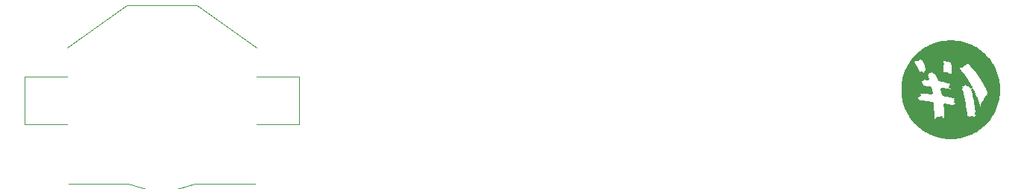
<source format=gbr>
%TF.GenerationSoftware,KiCad,Pcbnew,(6.0.6-0)*%
%TF.CreationDate,2022-07-18T23:29:11+08:00*%
%TF.ProjectId,main,6d61696e-2e6b-4696-9361-645f70636258,rev?*%
%TF.SameCoordinates,Original*%
%TF.FileFunction,Legend,Bot*%
%TF.FilePolarity,Positive*%
%FSLAX46Y46*%
G04 Gerber Fmt 4.6, Leading zero omitted, Abs format (unit mm)*
G04 Created by KiCad (PCBNEW (6.0.6-0)) date 2022-07-18 23:29:11*
%MOMM*%
%LPD*%
G01*
G04 APERTURE LIST*
%ADD10C,0.254000*%
%ADD11C,0.120000*%
G04 APERTURE END LIST*
D10*
G36*
X153845923Y-70443056D02*
G01*
X153800009Y-70708441D01*
X153741329Y-70970338D01*
X153670040Y-71228363D01*
X153586298Y-71482133D01*
X153490260Y-71731263D01*
X153382084Y-71975370D01*
X153261926Y-72214071D01*
X153129944Y-72446981D01*
X152986294Y-72673717D01*
X152831134Y-72893895D01*
X152664621Y-73107132D01*
X152486911Y-73313044D01*
X152298162Y-73511247D01*
X152100000Y-73700000D01*
X151894207Y-73877713D01*
X151681146Y-74044229D01*
X151461185Y-74199391D01*
X151234690Y-74343042D01*
X151002027Y-74475026D01*
X150763561Y-74595184D01*
X150519661Y-74703361D01*
X150270690Y-74799398D01*
X150017017Y-74883140D01*
X149759006Y-74954429D01*
X149497024Y-75013109D01*
X149231438Y-75059022D01*
X148962613Y-75092011D01*
X148690916Y-75111920D01*
X148416712Y-75118591D01*
X148142509Y-75111920D01*
X147870812Y-75092011D01*
X147601987Y-75059022D01*
X147336401Y-75013109D01*
X147074419Y-74954429D01*
X146816408Y-74883140D01*
X146562735Y-74799398D01*
X146313765Y-74703361D01*
X146069864Y-74595184D01*
X145831399Y-74475026D01*
X145598735Y-74343042D01*
X145372240Y-74199391D01*
X145152279Y-74044229D01*
X144939219Y-73877713D01*
X144733425Y-73700000D01*
X144535264Y-73511247D01*
X144346509Y-73313088D01*
X144168795Y-73107295D01*
X144002279Y-72894236D01*
X143847117Y-72674275D01*
X143703467Y-72447780D01*
X143571485Y-72215117D01*
X143451328Y-71976652D01*
X143343153Y-71732752D01*
X143247117Y-71483781D01*
X143163377Y-71230108D01*
X143092090Y-70972098D01*
X143036073Y-70721996D01*
X144586445Y-70721996D01*
X144587152Y-70735023D01*
X144588626Y-70747829D01*
X144590856Y-70760409D01*
X144593830Y-70772756D01*
X144597537Y-70784865D01*
X144601965Y-70796730D01*
X144607102Y-70808344D01*
X144612937Y-70819703D01*
X144619459Y-70830800D01*
X144626655Y-70841630D01*
X144634514Y-70852186D01*
X144634482Y-70852185D01*
X144761477Y-70915686D01*
X144769422Y-70935530D01*
X144961404Y-70966846D01*
X145156366Y-70995557D01*
X145354307Y-71022036D01*
X145555227Y-71046654D01*
X145751678Y-71066622D01*
X145948130Y-71090310D01*
X146144581Y-71116975D01*
X146341032Y-71145873D01*
X146376753Y-71665779D01*
X146385004Y-71793771D01*
X146392131Y-71921764D01*
X146404529Y-72177748D01*
X146404529Y-72904029D01*
X146396584Y-73078654D01*
X146400490Y-73088840D01*
X146404773Y-73098568D01*
X146409441Y-73107841D01*
X146414499Y-73116667D01*
X146419952Y-73125052D01*
X146425807Y-73133000D01*
X146432069Y-73140518D01*
X146438745Y-73147611D01*
X146445839Y-73154286D01*
X146453358Y-73160549D01*
X146461308Y-73166404D01*
X146469695Y-73171858D01*
X146478523Y-73176917D01*
X146487800Y-73181586D01*
X146497530Y-73185871D01*
X146507721Y-73189779D01*
X146598994Y-73189779D01*
X146609179Y-73185871D01*
X146618905Y-73181586D01*
X146628177Y-73176916D01*
X146637002Y-73171857D01*
X146645386Y-73166403D01*
X146653334Y-73160548D01*
X146660852Y-73154286D01*
X146667946Y-73147611D01*
X146674622Y-73140517D01*
X146680885Y-73133000D01*
X146686742Y-73125051D01*
X146692198Y-73116667D01*
X146697259Y-73107841D01*
X146701931Y-73098568D01*
X146706220Y-73088840D01*
X146710131Y-73078654D01*
X146710131Y-73042936D01*
X146721199Y-73043491D01*
X146732082Y-73043657D01*
X146742779Y-73043415D01*
X146753290Y-73042750D01*
X146763615Y-73041642D01*
X146773755Y-73040075D01*
X146783708Y-73038032D01*
X146793475Y-73035494D01*
X146803056Y-73032445D01*
X146812451Y-73028867D01*
X146821659Y-73024742D01*
X146830681Y-73020053D01*
X146839516Y-73014783D01*
X146848165Y-73008914D01*
X146856627Y-73002429D01*
X146864902Y-72995310D01*
X146870622Y-72989264D01*
X146875878Y-72983032D01*
X146880669Y-72976614D01*
X146884994Y-72970010D01*
X146888855Y-72963220D01*
X146892251Y-72956243D01*
X146895182Y-72949081D01*
X146897648Y-72941733D01*
X146899648Y-72934198D01*
X146901183Y-72926478D01*
X146902253Y-72918571D01*
X146902858Y-72910479D01*
X146902998Y-72902200D01*
X146902671Y-72893735D01*
X146901880Y-72885085D01*
X146900623Y-72876248D01*
X146920454Y-72876248D01*
X147019673Y-72884185D01*
X147083170Y-72856404D01*
X147182389Y-72864341D01*
X147198576Y-72855226D01*
X147214389Y-72845738D01*
X147229828Y-72835878D01*
X147244893Y-72825646D01*
X147259586Y-72815042D01*
X147273908Y-72804066D01*
X147287858Y-72792718D01*
X147301438Y-72780998D01*
X147364936Y-72800842D01*
X147456209Y-72991342D01*
X147463044Y-72997063D01*
X147470147Y-73002318D01*
X147477504Y-73007109D01*
X147485106Y-73011434D01*
X147492940Y-73015294D01*
X147500994Y-73018689D01*
X147509259Y-73021619D01*
X147517720Y-73024084D01*
X147526368Y-73026084D01*
X147535191Y-73027619D01*
X147544177Y-73028688D01*
X147553315Y-73029293D01*
X147562592Y-73029432D01*
X147571998Y-73029107D01*
X147581521Y-73028316D01*
X147591149Y-73027060D01*
X147662592Y-72991342D01*
X147682681Y-72956933D01*
X147701282Y-72922199D01*
X147718396Y-72887185D01*
X147734023Y-72851939D01*
X147748161Y-72816507D01*
X147760810Y-72780936D01*
X147771971Y-72745272D01*
X147781642Y-72709561D01*
X147789832Y-72670502D01*
X147796582Y-72630744D01*
X147801938Y-72590336D01*
X147805946Y-72549323D01*
X147808651Y-72507752D01*
X147810101Y-72465669D01*
X147810341Y-72423121D01*
X147809418Y-72380154D01*
X147799057Y-72248566D01*
X147786099Y-72116233D01*
X147770912Y-71983900D01*
X147753865Y-71852311D01*
X147682423Y-71324467D01*
X147710199Y-71324467D01*
X147829381Y-71347660D01*
X147949307Y-71370108D01*
X148194375Y-71415749D01*
X148437952Y-71463870D01*
X148558810Y-71488861D01*
X148678551Y-71514968D01*
X148769824Y-71471311D01*
X148805545Y-71387968D01*
X148853185Y-71387968D01*
X148861419Y-71392248D01*
X148869752Y-71396161D01*
X148878189Y-71399714D01*
X148886737Y-71402913D01*
X148895400Y-71405762D01*
X148904185Y-71408269D01*
X148913098Y-71410439D01*
X148922144Y-71412277D01*
X148931331Y-71413789D01*
X148940663Y-71414982D01*
X148950146Y-71415861D01*
X148959787Y-71416431D01*
X148969591Y-71416700D01*
X148979564Y-71416672D01*
X148989713Y-71416353D01*
X149000043Y-71415749D01*
X149008833Y-71411888D01*
X149017332Y-71407742D01*
X149025528Y-71403305D01*
X149033409Y-71398572D01*
X149040964Y-71393536D01*
X149048181Y-71388193D01*
X149055050Y-71382535D01*
X149061558Y-71376558D01*
X149067694Y-71370255D01*
X149073446Y-71363620D01*
X149078803Y-71356649D01*
X149083754Y-71349335D01*
X149088287Y-71341671D01*
X149092390Y-71333653D01*
X149096052Y-71325275D01*
X149099261Y-71316530D01*
X149107206Y-71253030D01*
X149051654Y-71141905D01*
X148888938Y-71078405D01*
X148888938Y-71058561D01*
X148897589Y-71050282D01*
X148905670Y-71041818D01*
X148913169Y-71033167D01*
X148920075Y-71024330D01*
X148926375Y-71015308D01*
X148932059Y-71006099D01*
X148937115Y-70996704D01*
X148941531Y-70987123D01*
X148945296Y-70977357D01*
X148948397Y-70967404D01*
X148950825Y-70957265D01*
X148952565Y-70946940D01*
X148953609Y-70936429D01*
X148953942Y-70925732D01*
X148953555Y-70914849D01*
X148952436Y-70903780D01*
X148888938Y-70784717D01*
X148896941Y-70782299D01*
X148904584Y-70779508D01*
X148911877Y-70776346D01*
X148918833Y-70772811D01*
X148925463Y-70768904D01*
X148931778Y-70764626D01*
X148937791Y-70759975D01*
X148943514Y-70754952D01*
X148948956Y-70749557D01*
X148954131Y-70743790D01*
X148959050Y-70737651D01*
X148963725Y-70731139D01*
X148968167Y-70724256D01*
X148972387Y-70717001D01*
X148976399Y-70709374D01*
X148980212Y-70701374D01*
X148988157Y-70602155D01*
X148924660Y-70510873D01*
X148839636Y-70484836D01*
X148754193Y-70460334D01*
X148668284Y-70437413D01*
X148581863Y-70416120D01*
X148494884Y-70396501D01*
X148407299Y-70378603D01*
X148319063Y-70362472D01*
X148230128Y-70348155D01*
X147867485Y-70283166D01*
X147507821Y-70221154D01*
X147372881Y-69566311D01*
X147464154Y-69566311D01*
X148432539Y-69705218D01*
X148441376Y-69701357D01*
X148450014Y-69697211D01*
X148458442Y-69692774D01*
X148466649Y-69688041D01*
X148474624Y-69683005D01*
X148482353Y-69677661D01*
X148489827Y-69672004D01*
X148497033Y-69666026D01*
X148503960Y-69659724D01*
X148510597Y-69653089D01*
X148516932Y-69646118D01*
X148522954Y-69638803D01*
X148528650Y-69631140D01*
X148534010Y-69623122D01*
X148539022Y-69614744D01*
X148543675Y-69605999D01*
X148551621Y-69534562D01*
X148496068Y-69423437D01*
X148485559Y-69416927D01*
X148474864Y-69410795D01*
X148463982Y-69405046D01*
X148452914Y-69399687D01*
X148441660Y-69394723D01*
X148430220Y-69390160D01*
X148418594Y-69386005D01*
X148406781Y-69382262D01*
X148394782Y-69378937D01*
X148382597Y-69376037D01*
X148370226Y-69373567D01*
X148357668Y-69371533D01*
X148344924Y-69369941D01*
X148331995Y-69368797D01*
X148318878Y-69368106D01*
X148305576Y-69367875D01*
X148285745Y-69284531D01*
X148396882Y-69228969D01*
X148424658Y-69157531D01*
X148452434Y-69157531D01*
X148563571Y-69165469D01*
X148662789Y-69074187D01*
X148670735Y-68982906D01*
X148615183Y-68891624D01*
X148519764Y-68862781D01*
X148424064Y-68835752D01*
X148328177Y-68810489D01*
X148232195Y-68786948D01*
X148136214Y-68765081D01*
X148040327Y-68744842D01*
X147944627Y-68726184D01*
X147849208Y-68709062D01*
X147466221Y-68638120D01*
X147083234Y-68570155D01*
X147037846Y-68452519D01*
X146990968Y-68337487D01*
X146942600Y-68224688D01*
X146892742Y-68113748D01*
X146866705Y-68057388D01*
X146839227Y-68001445D01*
X146810354Y-67945968D01*
X146780132Y-67891002D01*
X146748606Y-67836595D01*
X146715823Y-67782792D01*
X146681827Y-67729641D01*
X146646666Y-67677187D01*
X146519671Y-67641467D01*
X146476004Y-67649404D01*
X146449212Y-67601777D01*
X147396749Y-67601777D01*
X147464219Y-67704965D01*
X147575356Y-67740684D01*
X147603132Y-67732747D01*
X147612248Y-67743534D01*
X147621724Y-67753559D01*
X147631549Y-67762806D01*
X147641711Y-67771256D01*
X147652197Y-67778892D01*
X147662997Y-67785697D01*
X147668511Y-67788782D01*
X147674099Y-67791653D01*
X147679760Y-67794307D01*
X147685491Y-67796743D01*
X147691292Y-67798958D01*
X147697162Y-67800949D01*
X147703098Y-67802715D01*
X147709099Y-67804254D01*
X147715165Y-67805563D01*
X147721292Y-67806641D01*
X147727481Y-67807484D01*
X147733729Y-67808091D01*
X147740035Y-67808460D01*
X147746397Y-67808588D01*
X147752815Y-67808474D01*
X147759286Y-67808114D01*
X147765810Y-67807508D01*
X147772384Y-67806652D01*
X147779008Y-67805545D01*
X147785679Y-67804184D01*
X147869007Y-67784340D01*
X147968226Y-67792278D01*
X148031723Y-67764495D01*
X148029813Y-67775564D01*
X148028550Y-67786447D01*
X148027926Y-67797144D01*
X148027936Y-67807655D01*
X148028575Y-67817980D01*
X148029836Y-67828119D01*
X148031714Y-67838072D01*
X148034202Y-67847839D01*
X148037295Y-67857420D01*
X148040987Y-67866814D01*
X148045273Y-67876023D01*
X148050145Y-67885046D01*
X148055599Y-67893883D01*
X148061628Y-67902533D01*
X148068227Y-67910998D01*
X148075390Y-67919276D01*
X148088086Y-67925045D01*
X148100870Y-67930454D01*
X148113735Y-67935514D01*
X148126675Y-67940236D01*
X148139686Y-67944633D01*
X148152760Y-67948716D01*
X148165893Y-67952497D01*
X148179078Y-67955987D01*
X148205582Y-67962142D01*
X148232225Y-67967273D01*
X148258962Y-67971475D01*
X148285745Y-67974839D01*
X148304954Y-67975911D01*
X148323883Y-67976164D01*
X148342534Y-67975615D01*
X148360905Y-67974280D01*
X148378997Y-67972179D01*
X148396809Y-67969327D01*
X148414343Y-67965743D01*
X148431598Y-67961444D01*
X148448574Y-67956447D01*
X148465271Y-67950770D01*
X148481689Y-67944430D01*
X148497828Y-67937445D01*
X148513689Y-67929833D01*
X148529270Y-67921609D01*
X148544574Y-67912793D01*
X148559598Y-67903401D01*
X148567507Y-67884749D01*
X148574863Y-67865992D01*
X148581673Y-67847120D01*
X148587941Y-67828119D01*
X148593674Y-67808978D01*
X148598878Y-67789687D01*
X148603559Y-67770233D01*
X148607722Y-67750604D01*
X148611373Y-67730789D01*
X148614518Y-67710777D01*
X148617163Y-67690555D01*
X148619314Y-67670113D01*
X148620977Y-67649437D01*
X148622158Y-67628518D01*
X148622862Y-67607343D01*
X148623095Y-67585901D01*
X148623095Y-67200932D01*
X148623236Y-67200297D01*
X149285069Y-67200297D01*
X149285231Y-67210450D01*
X149285781Y-67220777D01*
X149285845Y-67220779D01*
X149387982Y-67346523D01*
X149489000Y-67473663D01*
X149588902Y-67602105D01*
X149687686Y-67731756D01*
X149785353Y-67862523D01*
X149881903Y-67994313D01*
X149977335Y-68127034D01*
X150071650Y-68260591D01*
X150161508Y-68395265D01*
X150249505Y-68531334D01*
X150335639Y-68668706D01*
X150419913Y-68807286D01*
X150502326Y-68946983D01*
X150582879Y-69087703D01*
X150661572Y-69229354D01*
X150738405Y-69371842D01*
X150710629Y-69371842D01*
X150655077Y-69351997D01*
X150648007Y-69331532D01*
X150640193Y-69311799D01*
X150631635Y-69292786D01*
X150622333Y-69274483D01*
X150612287Y-69256877D01*
X150601497Y-69239958D01*
X150589962Y-69223713D01*
X150577684Y-69208130D01*
X150564661Y-69193199D01*
X150550894Y-69178907D01*
X150536383Y-69165243D01*
X150521128Y-69152196D01*
X150505129Y-69139753D01*
X150488386Y-69127902D01*
X150470899Y-69116634D01*
X150452667Y-69105935D01*
X150381225Y-69105935D01*
X150289951Y-69141653D01*
X150285347Y-69129095D01*
X150280458Y-69116717D01*
X150275278Y-69104513D01*
X150269802Y-69092478D01*
X150264022Y-69080605D01*
X150257935Y-69068890D01*
X150251533Y-69057326D01*
X150244811Y-69045907D01*
X150237763Y-69034628D01*
X150230383Y-69023482D01*
X150222666Y-69012464D01*
X150214606Y-69001569D01*
X150206196Y-68990789D01*
X150197432Y-68980121D01*
X150188306Y-68969556D01*
X150178814Y-68959091D01*
X150171978Y-68954767D01*
X150164869Y-68950735D01*
X150157493Y-68947005D01*
X150149856Y-68943588D01*
X150141963Y-68940497D01*
X150133820Y-68937744D01*
X150125432Y-68935339D01*
X150116807Y-68933294D01*
X150107948Y-68931622D01*
X150098863Y-68930333D01*
X150089556Y-68929440D01*
X150080033Y-68928954D01*
X150070301Y-68928886D01*
X150060364Y-68929248D01*
X150050229Y-68930052D01*
X150039902Y-68931310D01*
X149956573Y-68986872D01*
X149920852Y-69113872D01*
X149901021Y-69113872D01*
X149817693Y-69105935D01*
X149805089Y-69107563D01*
X149792578Y-69109477D01*
X149780160Y-69111681D01*
X149767835Y-69114182D01*
X149755604Y-69116985D01*
X149743465Y-69120097D01*
X149731420Y-69123522D01*
X149719467Y-69127267D01*
X149707608Y-69131337D01*
X149695842Y-69135739D01*
X149684169Y-69140478D01*
X149672589Y-69145560D01*
X149661102Y-69150991D01*
X149649709Y-69156777D01*
X149638408Y-69162923D01*
X149627201Y-69169435D01*
X149620737Y-69177668D01*
X149614744Y-69186000D01*
X149609228Y-69194437D01*
X149604195Y-69202984D01*
X149599651Y-69211647D01*
X149595600Y-69220432D01*
X149592050Y-69229346D01*
X149589005Y-69238393D01*
X149586471Y-69247579D01*
X149584454Y-69256911D01*
X149582961Y-69266394D01*
X149581995Y-69276034D01*
X149581564Y-69285836D01*
X149581673Y-69295808D01*
X149582328Y-69305953D01*
X149583534Y-69316279D01*
X149619256Y-69427404D01*
X149613535Y-69436380D01*
X149608280Y-69445449D01*
X149603489Y-69454611D01*
X149599163Y-69463866D01*
X149595302Y-69473215D01*
X149591906Y-69482656D01*
X149588975Y-69492190D01*
X149586510Y-69501818D01*
X149584509Y-69511538D01*
X149582974Y-69521351D01*
X149581904Y-69531258D01*
X149581299Y-69541257D01*
X149581160Y-69551349D01*
X149581486Y-69561535D01*
X149582277Y-69571813D01*
X149583534Y-69582184D01*
X149649573Y-69774545D01*
X149710778Y-69967650D01*
X149767148Y-70161498D01*
X149818682Y-70356091D01*
X149865379Y-70551428D01*
X149907238Y-70747509D01*
X149944258Y-70944334D01*
X149976436Y-71141904D01*
X149992831Y-71253030D01*
X150034421Y-71534934D01*
X150089051Y-71928708D01*
X150139962Y-72323971D01*
X150186792Y-72721466D01*
X150199488Y-72727235D01*
X150212272Y-72732643D01*
X150225136Y-72737703D01*
X150238077Y-72742426D01*
X150251088Y-72746823D01*
X150264162Y-72750906D01*
X150277295Y-72754687D01*
X150290480Y-72758177D01*
X150316984Y-72764332D01*
X150343627Y-72769463D01*
X150370364Y-72773665D01*
X150397147Y-72777029D01*
X150397381Y-72785911D01*
X150398085Y-72794694D01*
X150399265Y-72803373D01*
X150400928Y-72811941D01*
X150403079Y-72820393D01*
X150405725Y-72828723D01*
X150408870Y-72836925D01*
X150412521Y-72844993D01*
X150416684Y-72852922D01*
X150421364Y-72860705D01*
X150426568Y-72868338D01*
X150432301Y-72875813D01*
X150438570Y-72883126D01*
X150445379Y-72890270D01*
X150452735Y-72897239D01*
X150460645Y-72904029D01*
X150467481Y-72908308D01*
X150474590Y-72912222D01*
X150481966Y-72915775D01*
X150489603Y-72918973D01*
X150497496Y-72921823D01*
X150505639Y-72924329D01*
X150514027Y-72926499D01*
X150522652Y-72928337D01*
X150531511Y-72929849D01*
X150540596Y-72931042D01*
X150549903Y-72931921D01*
X150559426Y-72932491D01*
X150569158Y-72932760D01*
X150579095Y-72932732D01*
X150589230Y-72932413D01*
X150599557Y-72931809D01*
X150682886Y-72876247D01*
X150718607Y-72765123D01*
X150746383Y-72765123D01*
X150809880Y-72773059D01*
X150865433Y-72753215D01*
X150901154Y-72836559D01*
X150907990Y-72842281D01*
X150915099Y-72847550D01*
X150922475Y-72852378D01*
X150930112Y-72856775D01*
X150938005Y-72860753D01*
X150946149Y-72864325D01*
X150954536Y-72867501D01*
X150963162Y-72870293D01*
X150972020Y-72872714D01*
X150981106Y-72874774D01*
X150990413Y-72876485D01*
X150999935Y-72877859D01*
X151009667Y-72878907D01*
X151019604Y-72879642D01*
X151029739Y-72880074D01*
X151040067Y-72880215D01*
X151054859Y-72879982D01*
X151069471Y-72879277D01*
X151083908Y-72878096D01*
X151098175Y-72876433D01*
X151112279Y-72874281D01*
X151126225Y-72871635D01*
X151140020Y-72868488D01*
X151153670Y-72864837D01*
X151167180Y-72860673D01*
X151180556Y-72855992D01*
X151193804Y-72850788D01*
X151206931Y-72845055D01*
X151219941Y-72838787D01*
X151232841Y-72831978D01*
X151245637Y-72824623D01*
X151258335Y-72816715D01*
X151266894Y-72794994D01*
X151274702Y-72772989D01*
X151281754Y-72750693D01*
X151288044Y-72728100D01*
X151293567Y-72705205D01*
X151298315Y-72682002D01*
X151302285Y-72658485D01*
X151305469Y-72634648D01*
X151307863Y-72610486D01*
X151309461Y-72585992D01*
X151310256Y-72561161D01*
X151310244Y-72535988D01*
X151309418Y-72510465D01*
X151307773Y-72484588D01*
X151305303Y-72458350D01*
X151302002Y-72431746D01*
X151294056Y-72304746D01*
X151297591Y-72293538D01*
X151300765Y-72282236D01*
X151303591Y-72270841D01*
X151306080Y-72259354D01*
X151308243Y-72247773D01*
X151310093Y-72236099D01*
X151311641Y-72224333D01*
X151312898Y-72212473D01*
X151313876Y-72200520D01*
X151314587Y-72188474D01*
X151315042Y-72176336D01*
X151315253Y-72164104D01*
X151314989Y-72139361D01*
X151313887Y-72114247D01*
X151275991Y-71799351D01*
X151234007Y-71485200D01*
X151188304Y-71171048D01*
X151139253Y-70856153D01*
X151112657Y-70698760D01*
X151083505Y-70542064D01*
X151051841Y-70386019D01*
X151017712Y-70230579D01*
X150981166Y-70075697D01*
X150942249Y-69921326D01*
X150901007Y-69767421D01*
X150857487Y-69613934D01*
X150877318Y-69613934D01*
X150994270Y-69861795D01*
X151107504Y-70111516D01*
X151217759Y-70363470D01*
X151325773Y-70618027D01*
X151427785Y-70873950D01*
X151525700Y-71129500D01*
X151619891Y-71384307D01*
X151710730Y-71637996D01*
X151717520Y-71642276D01*
X151724490Y-71646190D01*
X151731635Y-71649743D01*
X151738948Y-71652941D01*
X151746424Y-71655791D01*
X151754057Y-71658297D01*
X151761841Y-71660467D01*
X151769770Y-71662305D01*
X151777838Y-71663817D01*
X151786040Y-71665010D01*
X151794370Y-71665889D01*
X151802821Y-71666459D01*
X151811388Y-71666728D01*
X151820064Y-71666700D01*
X151828845Y-71666381D01*
X151837725Y-71665777D01*
X151921053Y-71622121D01*
X151927472Y-71613797D01*
X151933332Y-71605199D01*
X151938635Y-71596335D01*
X151943380Y-71587208D01*
X151947567Y-71577826D01*
X151951196Y-71568194D01*
X151954266Y-71558317D01*
X151956778Y-71548203D01*
X151958732Y-71537855D01*
X151960128Y-71527281D01*
X151960965Y-71516487D01*
X151961244Y-71505477D01*
X151960964Y-71494257D01*
X151960126Y-71482835D01*
X151958729Y-71471214D01*
X151956774Y-71459402D01*
X151921053Y-71284777D01*
X151939102Y-71258174D01*
X151957522Y-71231943D01*
X151976311Y-71206084D01*
X151995471Y-71180597D01*
X152015002Y-71155482D01*
X152034904Y-71130739D01*
X152055178Y-71106369D01*
X152075824Y-71082370D01*
X152075824Y-70999027D01*
X152089124Y-71002238D01*
X152102227Y-71004438D01*
X152115120Y-71005637D01*
X152127792Y-71005849D01*
X152140231Y-71005083D01*
X152152426Y-71003353D01*
X152164365Y-71000669D01*
X152176036Y-70997043D01*
X152187427Y-70992487D01*
X152198528Y-70987012D01*
X152209326Y-70980631D01*
X152219810Y-70973354D01*
X152229968Y-70965194D01*
X152239789Y-70956161D01*
X152249260Y-70946268D01*
X152258371Y-70935526D01*
X152262649Y-70926458D01*
X152266561Y-70917117D01*
X152270114Y-70907508D01*
X152273311Y-70897637D01*
X152276161Y-70887511D01*
X152278667Y-70877135D01*
X152280837Y-70866514D01*
X152282675Y-70855656D01*
X152284187Y-70844564D01*
X152285380Y-70833246D01*
X152286259Y-70821707D01*
X152286830Y-70809953D01*
X152287098Y-70797990D01*
X152287070Y-70785823D01*
X152286751Y-70773458D01*
X152286147Y-70760902D01*
X152278202Y-70725184D01*
X152305978Y-70681527D01*
X152314862Y-70682082D01*
X152323647Y-70682248D01*
X152332327Y-70682006D01*
X152340895Y-70681341D01*
X152349347Y-70680233D01*
X152357676Y-70678667D01*
X152365877Y-70676623D01*
X152373944Y-70674086D01*
X152381872Y-70671036D01*
X152389654Y-70667458D01*
X152397285Y-70663333D01*
X152404759Y-70658645D01*
X152412070Y-70653375D01*
X152419214Y-70647506D01*
X152426183Y-70641021D01*
X152432972Y-70633902D01*
X152438739Y-70624880D01*
X152444135Y-70615678D01*
X152449158Y-70606302D01*
X152453810Y-70596757D01*
X152458090Y-70587049D01*
X152461998Y-70577184D01*
X152465534Y-70567168D01*
X152468698Y-70557007D01*
X152471490Y-70546707D01*
X152473910Y-70536272D01*
X152475957Y-70525710D01*
X152477633Y-70515025D01*
X152478936Y-70504224D01*
X152479867Y-70493313D01*
X152480425Y-70482297D01*
X152480612Y-70471182D01*
X152472666Y-70387839D01*
X152483735Y-70389744D01*
X152494617Y-70390986D01*
X152505314Y-70391554D01*
X152515825Y-70391436D01*
X152526151Y-70390620D01*
X152536290Y-70389095D01*
X152546244Y-70386849D01*
X152556011Y-70383870D01*
X152565592Y-70380148D01*
X152574987Y-70375669D01*
X152584195Y-70370424D01*
X152593217Y-70364399D01*
X152602052Y-70357583D01*
X152610701Y-70349966D01*
X152619162Y-70341534D01*
X152627437Y-70332277D01*
X152663159Y-70213215D01*
X152643328Y-70129871D01*
X152651189Y-70121590D01*
X152658399Y-70113112D01*
X152664958Y-70104425D01*
X152670865Y-70095516D01*
X152676120Y-70086376D01*
X152680724Y-70076990D01*
X152684678Y-70067350D01*
X152687979Y-70057441D01*
X152690630Y-70047254D01*
X152692630Y-70036776D01*
X152693980Y-70025995D01*
X152694678Y-70014901D01*
X152694726Y-70003481D01*
X152694123Y-69991724D01*
X152692870Y-69979618D01*
X152690967Y-69967152D01*
X152602236Y-69749491D01*
X152508713Y-69534062D01*
X152410445Y-69320866D01*
X152307479Y-69109902D01*
X152199863Y-68901171D01*
X152087643Y-68694671D01*
X151970865Y-68490405D01*
X151849578Y-68288370D01*
X151721973Y-68089491D01*
X151589252Y-67894658D01*
X151451509Y-67703825D01*
X151308836Y-67516945D01*
X151161327Y-67333971D01*
X151009072Y-67154858D01*
X150852166Y-66979558D01*
X150690702Y-66808025D01*
X150645437Y-66766416D01*
X150599428Y-66725178D01*
X150553419Y-66684684D01*
X150508155Y-66645307D01*
X150495410Y-66634472D01*
X150482473Y-66624293D01*
X150469339Y-66614777D01*
X150456001Y-66605930D01*
X150442454Y-66597757D01*
X150428691Y-66590264D01*
X150414708Y-66583457D01*
X150400498Y-66577342D01*
X150386056Y-66571925D01*
X150371376Y-66567211D01*
X150356451Y-66563206D01*
X150341277Y-66559917D01*
X150325848Y-66557348D01*
X150310157Y-66555506D01*
X150294199Y-66554397D01*
X150277969Y-66554026D01*
X150214471Y-66589745D01*
X150208423Y-66600025D01*
X150202177Y-66610038D01*
X150195722Y-66619795D01*
X150189046Y-66629308D01*
X150182137Y-66638589D01*
X150174984Y-66647648D01*
X150167576Y-66656498D01*
X150159900Y-66665151D01*
X150151945Y-66673618D01*
X150143699Y-66681910D01*
X150135152Y-66690039D01*
X150126291Y-66698017D01*
X150117104Y-66705856D01*
X150107580Y-66713567D01*
X150097708Y-66721161D01*
X150087476Y-66728651D01*
X150051755Y-66728651D01*
X149988258Y-66720714D01*
X149889039Y-66784214D01*
X149872836Y-66800779D01*
X149856915Y-66817762D01*
X149841181Y-66835211D01*
X149825541Y-66853171D01*
X149809902Y-66871689D01*
X149794168Y-66890812D01*
X149778247Y-66910586D01*
X149762044Y-66931058D01*
X149762044Y-66966777D01*
X149734268Y-66966777D01*
X149635049Y-66931058D01*
X149515999Y-66994557D01*
X149508054Y-67022339D01*
X149472333Y-67022339D01*
X149444557Y-67014402D01*
X149333420Y-67069964D01*
X149326301Y-67078896D01*
X149319815Y-67087839D01*
X149313946Y-67096806D01*
X149308677Y-67105807D01*
X149303988Y-67114855D01*
X149299864Y-67123961D01*
X149296286Y-67133137D01*
X149293238Y-67142394D01*
X149290700Y-67151744D01*
X149288656Y-67161199D01*
X149287999Y-67165212D01*
X149287089Y-67170770D01*
X149285980Y-67180469D01*
X149285313Y-67190308D01*
X149285069Y-67200297D01*
X148623236Y-67200297D01*
X148631041Y-67165212D01*
X148618630Y-66975704D01*
X148611501Y-66882811D01*
X148603264Y-66792149D01*
X148603263Y-66792150D01*
X148603254Y-66792150D01*
X148603248Y-66792151D01*
X148603242Y-66792151D01*
X148603237Y-66792152D01*
X148603233Y-66792152D01*
X148603232Y-66792153D01*
X148594864Y-66744900D01*
X148589983Y-66721552D01*
X148584635Y-66698391D01*
X148578822Y-66675416D01*
X148572544Y-66652626D01*
X148565801Y-66630023D01*
X148558593Y-66607606D01*
X148550919Y-66585375D01*
X148542780Y-66563330D01*
X148534176Y-66541471D01*
X148525107Y-66519798D01*
X148515574Y-66498311D01*
X148505575Y-66477010D01*
X148495111Y-66455895D01*
X148484182Y-66434966D01*
X148434131Y-66416742D01*
X148385150Y-66397821D01*
X148337192Y-66378249D01*
X148290210Y-66358072D01*
X148244159Y-66337336D01*
X148198989Y-66316090D01*
X148154656Y-66294378D01*
X148111111Y-66272248D01*
X148100602Y-66280155D01*
X148089907Y-66287510D01*
X148079025Y-66294319D01*
X148067957Y-66300587D01*
X148056703Y-66306320D01*
X148045263Y-66311524D01*
X148033637Y-66316205D01*
X148021824Y-66320369D01*
X148009825Y-66324020D01*
X147997640Y-66327167D01*
X147985269Y-66329813D01*
X147972711Y-66331965D01*
X147959968Y-66333628D01*
X147947038Y-66334809D01*
X147933922Y-66335514D01*
X147920619Y-66335747D01*
X147865067Y-66244465D01*
X147753930Y-66208746D01*
X147737001Y-66206933D01*
X147720438Y-66205956D01*
X147704235Y-66205816D01*
X147688387Y-66206514D01*
X147672887Y-66208049D01*
X147657730Y-66210421D01*
X147642910Y-66213630D01*
X147628421Y-66217676D01*
X147614258Y-66222559D01*
X147600414Y-66228280D01*
X147586884Y-66234837D01*
X147573663Y-66242232D01*
X147560744Y-66250464D01*
X147548122Y-66259533D01*
X147535790Y-66269439D01*
X147523744Y-66280183D01*
X147518069Y-66293670D01*
X147512946Y-66307344D01*
X147508370Y-66321203D01*
X147504334Y-66335249D01*
X147500833Y-66349481D01*
X147497861Y-66363898D01*
X147495412Y-66378502D01*
X147493481Y-66393292D01*
X147492061Y-66408268D01*
X147491148Y-66423430D01*
X147490734Y-66438778D01*
X147490815Y-66454312D01*
X147491385Y-66470032D01*
X147492438Y-66485938D01*
X147493967Y-66502030D01*
X147495968Y-66518308D01*
X147503913Y-66708809D01*
X147494297Y-66822538D01*
X147483570Y-66937011D01*
X147460247Y-67165214D01*
X147429987Y-67384984D01*
X147429274Y-67389821D01*
X147413924Y-67493939D01*
X147396749Y-67601777D01*
X146449212Y-67601777D01*
X146440283Y-67585905D01*
X146424567Y-67577903D01*
X146408677Y-67570262D01*
X146392622Y-67562970D01*
X146376416Y-67556015D01*
X146343596Y-67543070D01*
X146310309Y-67531335D01*
X146276649Y-67520715D01*
X146242712Y-67511119D01*
X146208589Y-67502453D01*
X146174376Y-67494623D01*
X146075157Y-67558123D01*
X146067211Y-67585905D01*
X146047381Y-67585905D01*
X146039100Y-67579487D01*
X146030635Y-67573626D01*
X146021983Y-67568324D01*
X146013147Y-67563580D01*
X146004124Y-67559395D01*
X145994916Y-67555767D01*
X145985522Y-67552697D01*
X145975942Y-67550186D01*
X145966177Y-67548232D01*
X145956225Y-67546837D01*
X145946088Y-67546000D01*
X145935764Y-67545721D01*
X145925255Y-67546000D01*
X145914560Y-67546837D01*
X145903678Y-67548232D01*
X145892610Y-67550186D01*
X145793391Y-67641467D01*
X145785446Y-67740686D01*
X145805277Y-67804186D01*
X145733834Y-67851812D01*
X145729556Y-67860045D01*
X145725643Y-67868376D01*
X145722091Y-67876813D01*
X145718893Y-67885360D01*
X145716044Y-67894023D01*
X145713537Y-67902809D01*
X145711368Y-67911722D01*
X145709530Y-67920769D01*
X145708017Y-67929955D01*
X145706824Y-67939287D01*
X145705945Y-67948770D01*
X145705375Y-67958410D01*
X145705106Y-67968212D01*
X145705135Y-67978184D01*
X145705454Y-67988329D01*
X145706058Y-67998655D01*
X145852915Y-68427281D01*
X145781473Y-68427281D01*
X145325073Y-68399500D01*
X145241745Y-68455062D01*
X145206024Y-68546344D01*
X145178248Y-68546344D01*
X145134581Y-68538406D01*
X145023445Y-68601907D01*
X145019166Y-68610140D01*
X145015254Y-68618472D01*
X145011702Y-68626908D01*
X145008504Y-68635455D01*
X145005655Y-68644119D01*
X145003148Y-68652904D01*
X145000979Y-68661817D01*
X144999140Y-68670864D01*
X144997628Y-68680051D01*
X144996435Y-68689382D01*
X144995556Y-68698865D01*
X144994985Y-68708505D01*
X144994717Y-68718308D01*
X144994745Y-68728279D01*
X144995064Y-68738425D01*
X144995668Y-68748751D01*
X145049747Y-68852435D01*
X145077717Y-68905578D01*
X145106805Y-68959094D01*
X145206024Y-68994812D01*
X145206024Y-69030531D01*
X145196025Y-69039644D01*
X145186857Y-69049119D01*
X145178514Y-69058942D01*
X145170990Y-69069102D01*
X145164280Y-69079588D01*
X145158378Y-69090387D01*
X145153277Y-69101489D01*
X145148974Y-69112882D01*
X145145460Y-69124554D01*
X145142732Y-69136493D01*
X145140783Y-69148688D01*
X145139608Y-69161127D01*
X145139200Y-69173799D01*
X145139554Y-69186691D01*
X145140665Y-69199793D01*
X145142526Y-69213093D01*
X145186193Y-69284530D01*
X145241457Y-69297367D01*
X145297138Y-69309087D01*
X145353282Y-69319691D01*
X145409936Y-69329178D01*
X145467147Y-69337550D01*
X145524962Y-69344806D01*
X145583429Y-69350945D01*
X145642593Y-69355968D01*
X145760911Y-69365580D01*
X145877745Y-69376308D01*
X146106938Y-69399624D01*
X146118471Y-69441126D01*
X146129260Y-69482348D01*
X146139305Y-69523384D01*
X146148606Y-69564327D01*
X146157164Y-69605271D01*
X146164978Y-69646307D01*
X146172051Y-69687529D01*
X146178381Y-69729030D01*
X146233933Y-70058437D01*
X146214102Y-70058437D01*
X145559265Y-69986999D01*
X145390225Y-69970690D01*
X145221927Y-69957729D01*
X145137822Y-69952621D01*
X145053622Y-69948489D01*
X144969234Y-69945381D01*
X144884564Y-69943342D01*
X144875774Y-69947204D01*
X144867275Y-69951350D01*
X144859079Y-69955786D01*
X144851198Y-69960520D01*
X144843643Y-69965555D01*
X144836425Y-69970899D01*
X144829557Y-69976557D01*
X144823049Y-69982534D01*
X144816913Y-69988837D01*
X144811161Y-69995471D01*
X144805804Y-70002443D01*
X144800853Y-70009757D01*
X144796320Y-70017420D01*
X144792217Y-70025438D01*
X144788555Y-70033817D01*
X144785346Y-70042561D01*
X144777400Y-70125904D01*
X144832952Y-70217186D01*
X144924225Y-70252904D01*
X144932171Y-70324342D01*
X144913798Y-70321131D01*
X144895878Y-70318931D01*
X144878400Y-70317732D01*
X144861351Y-70317520D01*
X144844722Y-70318286D01*
X144828499Y-70320016D01*
X144812671Y-70322700D01*
X144797227Y-70326326D01*
X144782155Y-70330882D01*
X144767443Y-70336357D01*
X144753080Y-70342738D01*
X144739055Y-70350015D01*
X144725355Y-70358175D01*
X144711969Y-70367208D01*
X144698886Y-70377101D01*
X144686094Y-70387842D01*
X144676002Y-70402819D01*
X144666549Y-70417988D01*
X144657723Y-70433354D01*
X144649514Y-70448924D01*
X144641909Y-70464703D01*
X144634897Y-70480697D01*
X144628466Y-70496912D01*
X144622605Y-70513354D01*
X144617301Y-70530029D01*
X144612544Y-70546941D01*
X144608322Y-70564098D01*
X144604622Y-70581505D01*
X144601434Y-70599168D01*
X144598745Y-70617092D01*
X144596545Y-70635284D01*
X144594821Y-70653749D01*
X144591519Y-70667793D01*
X144589042Y-70681646D01*
X144587378Y-70695302D01*
X144586516Y-70708753D01*
X144586445Y-70721996D01*
X143036073Y-70721996D01*
X143033412Y-70710117D01*
X142987500Y-70444531D01*
X142954512Y-70175707D01*
X142934604Y-69904012D01*
X142927933Y-69629810D01*
X142934648Y-69356263D01*
X142954676Y-69085053D01*
X142987843Y-68816564D01*
X143033975Y-68551179D01*
X143092896Y-68289282D01*
X143164433Y-68031257D01*
X143248411Y-67777488D01*
X143344655Y-67528358D01*
X143452991Y-67284251D01*
X143573245Y-67045550D01*
X143705242Y-66812640D01*
X143848807Y-66585904D01*
X143940151Y-66456115D01*
X144152001Y-66456115D01*
X144152327Y-66466086D01*
X144153119Y-66476232D01*
X144154376Y-66486558D01*
X144202922Y-66564157D01*
X144250305Y-66642269D01*
X144296479Y-66721031D01*
X144341396Y-66800584D01*
X144385012Y-66881068D01*
X144427279Y-66962621D01*
X144468152Y-67045384D01*
X144507584Y-67129495D01*
X144507488Y-67129497D01*
X144579605Y-67293208D01*
X144652840Y-67456919D01*
X144801171Y-67784340D01*
X144809406Y-67788664D01*
X144817739Y-67792697D01*
X144826176Y-67796427D01*
X144834723Y-67799843D01*
X144843386Y-67802934D01*
X144852171Y-67805688D01*
X144861084Y-67808093D01*
X144870131Y-67810137D01*
X144879317Y-67811809D01*
X144888649Y-67813098D01*
X144898132Y-67813991D01*
X144907773Y-67814478D01*
X144917577Y-67814546D01*
X144927551Y-67814183D01*
X144937700Y-67813379D01*
X144948029Y-67812122D01*
X145047248Y-67720841D01*
X145047248Y-67693059D01*
X145056178Y-67692919D01*
X145065096Y-67692501D01*
X145073989Y-67691803D01*
X145082848Y-67690827D01*
X145091660Y-67689571D01*
X145100413Y-67688036D01*
X145109096Y-67686222D01*
X145117697Y-67684129D01*
X145126206Y-67681757D01*
X145134609Y-67679106D01*
X145142897Y-67676176D01*
X145151057Y-67672967D01*
X145159077Y-67669479D01*
X145166947Y-67665711D01*
X145174654Y-67661665D01*
X145182188Y-67657339D01*
X145181632Y-67668408D01*
X145181466Y-67679291D01*
X145181708Y-67689988D01*
X145182374Y-67700499D01*
X145183482Y-67710824D01*
X145185050Y-67720963D01*
X145187094Y-67730916D01*
X145189633Y-67740683D01*
X145192683Y-67750264D01*
X145196263Y-67759658D01*
X145200389Y-67768867D01*
X145205079Y-67777890D01*
X145210351Y-67786727D01*
X145216221Y-67795377D01*
X145222708Y-67803842D01*
X145229828Y-67812121D01*
X145238108Y-67817841D01*
X145246573Y-67823097D01*
X145255224Y-67827887D01*
X145264061Y-67832212D01*
X145273084Y-67836073D01*
X145282292Y-67839468D01*
X145291686Y-67842398D01*
X145301266Y-67844863D01*
X145311031Y-67846863D01*
X145320983Y-67848397D01*
X145331120Y-67849467D01*
X145341444Y-67850072D01*
X145351953Y-67850211D01*
X145362649Y-67849885D01*
X145373530Y-67849095D01*
X145384598Y-67847839D01*
X145394783Y-67843931D01*
X145404508Y-67839645D01*
X145413781Y-67834976D01*
X145422606Y-67829917D01*
X145430990Y-67824463D01*
X145438938Y-67818608D01*
X145446456Y-67812346D01*
X145453550Y-67805671D01*
X145460226Y-67798577D01*
X145466489Y-67791059D01*
X145472346Y-67783111D01*
X145477802Y-67774727D01*
X145482863Y-67765901D01*
X145487535Y-67756627D01*
X145491824Y-67746900D01*
X145495735Y-67736713D01*
X145503680Y-67637495D01*
X145512564Y-67637261D01*
X145521349Y-67636557D01*
X145530029Y-67635376D01*
X145538597Y-67633712D01*
X145547049Y-67631560D01*
X145555378Y-67628914D01*
X145563579Y-67625768D01*
X145571646Y-67622116D01*
X145579574Y-67617953D01*
X145587356Y-67613272D01*
X145594987Y-67608068D01*
X145602461Y-67602335D01*
X145609773Y-67596067D01*
X145616916Y-67589258D01*
X145623885Y-67581903D01*
X145630675Y-67573995D01*
X145637094Y-67560417D01*
X145642954Y-67546478D01*
X145648257Y-67532190D01*
X145653002Y-67517565D01*
X145657189Y-67502614D01*
X145660817Y-67487350D01*
X145663888Y-67471783D01*
X145666400Y-67455925D01*
X145668354Y-67439789D01*
X145669750Y-67423385D01*
X145670587Y-67406725D01*
X145670866Y-67389821D01*
X145670586Y-67372684D01*
X145669748Y-67355327D01*
X145668351Y-67337760D01*
X145666396Y-67319995D01*
X145656368Y-67244465D01*
X145644199Y-67169679D01*
X145629982Y-67095637D01*
X145613811Y-67022339D01*
X145595780Y-66949785D01*
X145575981Y-66877976D01*
X145554508Y-66806910D01*
X145531456Y-66736589D01*
X145503557Y-66664221D01*
X145473473Y-66592969D01*
X145441250Y-66522834D01*
X145406936Y-66453815D01*
X145370576Y-66385912D01*
X145332218Y-66319125D01*
X145291907Y-66253455D01*
X145249691Y-66188901D01*
X145232485Y-66178669D01*
X145215098Y-66168810D01*
X145197537Y-66159322D01*
X145179807Y-66150206D01*
X145161915Y-66141462D01*
X145143865Y-66133091D01*
X145125664Y-66125091D01*
X145107318Y-66117464D01*
X145088831Y-66110209D01*
X145070211Y-66103325D01*
X145051463Y-66096814D01*
X145032593Y-66090675D01*
X145013607Y-66084908D01*
X144994509Y-66079513D01*
X144975307Y-66074490D01*
X144956007Y-66069840D01*
X144941214Y-66071514D01*
X144926602Y-66073560D01*
X144912166Y-66075979D01*
X144897899Y-66078769D01*
X144883795Y-66081932D01*
X144869848Y-66085467D01*
X144856053Y-66089373D01*
X144842404Y-66093652D01*
X144828894Y-66098303D01*
X144815518Y-66103326D01*
X144802269Y-66108721D01*
X144789143Y-66114488D01*
X144776133Y-66120627D01*
X144763232Y-66127138D01*
X144750436Y-66134021D01*
X144737738Y-66141276D01*
X144709962Y-66204776D01*
X144685026Y-66207954D01*
X144660787Y-66211597D01*
X144637201Y-66215798D01*
X144614219Y-66220650D01*
X144591797Y-66226247D01*
X144569886Y-66232681D01*
X144559108Y-66236241D01*
X144548441Y-66240045D01*
X144537879Y-66244105D01*
X144527415Y-66248432D01*
X144444087Y-66228589D01*
X144317092Y-66282663D01*
X144253219Y-66310630D01*
X144221518Y-66325009D01*
X144190097Y-66339714D01*
X144184377Y-66347947D01*
X144179121Y-66356279D01*
X144174331Y-66364715D01*
X144170005Y-66373262D01*
X144166144Y-66381925D01*
X144162748Y-66390711D01*
X144159817Y-66399624D01*
X144157351Y-66408671D01*
X144155351Y-66417857D01*
X144153816Y-66427189D01*
X144152745Y-66436672D01*
X144152141Y-66446312D01*
X144152001Y-66456115D01*
X143940151Y-66456115D01*
X144003766Y-66365726D01*
X144169945Y-66152489D01*
X144347169Y-65946577D01*
X144535264Y-65748374D01*
X144535264Y-65748372D01*
X144733425Y-65559619D01*
X144939219Y-65381906D01*
X145152279Y-65215390D01*
X145372240Y-65060228D01*
X145598735Y-64916577D01*
X145831399Y-64784594D01*
X146069864Y-64664435D01*
X146313765Y-64556259D01*
X146562735Y-64460221D01*
X146816408Y-64376479D01*
X147074419Y-64305190D01*
X147336401Y-64246511D01*
X147601987Y-64200598D01*
X147870812Y-64167609D01*
X148142509Y-64147700D01*
X148416712Y-64141029D01*
X148690916Y-64147700D01*
X148962613Y-64167609D01*
X149231438Y-64200598D01*
X149497024Y-64246511D01*
X149759006Y-64305191D01*
X150017017Y-64376480D01*
X150270690Y-64460222D01*
X150519661Y-64556260D01*
X150763561Y-64664436D01*
X151002027Y-64784595D01*
X151234690Y-64916578D01*
X151461185Y-65060229D01*
X151681146Y-65215391D01*
X151894207Y-65381906D01*
X152100000Y-65559619D01*
X152298162Y-65748372D01*
X152486916Y-65946531D01*
X152664630Y-66152324D01*
X152831146Y-66365384D01*
X152986308Y-66585344D01*
X153129958Y-66811839D01*
X153261940Y-67044502D01*
X153382097Y-67282967D01*
X153490272Y-67526868D01*
X153586308Y-67775838D01*
X153670048Y-68029512D01*
X153741336Y-68287522D01*
X153800014Y-68549503D01*
X153845925Y-68815089D01*
X153878914Y-69083913D01*
X153898821Y-69355608D01*
X153905492Y-69629810D01*
X153898821Y-69903357D01*
X153891471Y-70003481D01*
X153878912Y-70174567D01*
X153845923Y-70443056D01*
G37*
X153845923Y-70443056D02*
X153800009Y-70708441D01*
X153741329Y-70970338D01*
X153670040Y-71228363D01*
X153586298Y-71482133D01*
X153490260Y-71731263D01*
X153382084Y-71975370D01*
X153261926Y-72214071D01*
X153129944Y-72446981D01*
X152986294Y-72673717D01*
X152831134Y-72893895D01*
X152664621Y-73107132D01*
X152486911Y-73313044D01*
X152298162Y-73511247D01*
X152100000Y-73700000D01*
X151894207Y-73877713D01*
X151681146Y-74044229D01*
X151461185Y-74199391D01*
X151234690Y-74343042D01*
X151002027Y-74475026D01*
X150763561Y-74595184D01*
X150519661Y-74703361D01*
X150270690Y-74799398D01*
X150017017Y-74883140D01*
X149759006Y-74954429D01*
X149497024Y-75013109D01*
X149231438Y-75059022D01*
X148962613Y-75092011D01*
X148690916Y-75111920D01*
X148416712Y-75118591D01*
X148142509Y-75111920D01*
X147870812Y-75092011D01*
X147601987Y-75059022D01*
X147336401Y-75013109D01*
X147074419Y-74954429D01*
X146816408Y-74883140D01*
X146562735Y-74799398D01*
X146313765Y-74703361D01*
X146069864Y-74595184D01*
X145831399Y-74475026D01*
X145598735Y-74343042D01*
X145372240Y-74199391D01*
X145152279Y-74044229D01*
X144939219Y-73877713D01*
X144733425Y-73700000D01*
X144535264Y-73511247D01*
X144346509Y-73313088D01*
X144168795Y-73107295D01*
X144002279Y-72894236D01*
X143847117Y-72674275D01*
X143703467Y-72447780D01*
X143571485Y-72215117D01*
X143451328Y-71976652D01*
X143343153Y-71732752D01*
X143247117Y-71483781D01*
X143163377Y-71230108D01*
X143092090Y-70972098D01*
X143036073Y-70721996D01*
X144586445Y-70721996D01*
X144587152Y-70735023D01*
X144588626Y-70747829D01*
X144590856Y-70760409D01*
X144593830Y-70772756D01*
X144597537Y-70784865D01*
X144601965Y-70796730D01*
X144607102Y-70808344D01*
X144612937Y-70819703D01*
X144619459Y-70830800D01*
X144626655Y-70841630D01*
X144634514Y-70852186D01*
X144634482Y-70852185D01*
X144761477Y-70915686D01*
X144769422Y-70935530D01*
X144961404Y-70966846D01*
X145156366Y-70995557D01*
X145354307Y-71022036D01*
X145555227Y-71046654D01*
X145751678Y-71066622D01*
X145948130Y-71090310D01*
X146144581Y-71116975D01*
X146341032Y-71145873D01*
X146376753Y-71665779D01*
X146385004Y-71793771D01*
X146392131Y-71921764D01*
X146404529Y-72177748D01*
X146404529Y-72904029D01*
X146396584Y-73078654D01*
X146400490Y-73088840D01*
X146404773Y-73098568D01*
X146409441Y-73107841D01*
X146414499Y-73116667D01*
X146419952Y-73125052D01*
X146425807Y-73133000D01*
X146432069Y-73140518D01*
X146438745Y-73147611D01*
X146445839Y-73154286D01*
X146453358Y-73160549D01*
X146461308Y-73166404D01*
X146469695Y-73171858D01*
X146478523Y-73176917D01*
X146487800Y-73181586D01*
X146497530Y-73185871D01*
X146507721Y-73189779D01*
X146598994Y-73189779D01*
X146609179Y-73185871D01*
X146618905Y-73181586D01*
X146628177Y-73176916D01*
X146637002Y-73171857D01*
X146645386Y-73166403D01*
X146653334Y-73160548D01*
X146660852Y-73154286D01*
X146667946Y-73147611D01*
X146674622Y-73140517D01*
X146680885Y-73133000D01*
X146686742Y-73125051D01*
X146692198Y-73116667D01*
X146697259Y-73107841D01*
X146701931Y-73098568D01*
X146706220Y-73088840D01*
X146710131Y-73078654D01*
X146710131Y-73042936D01*
X146721199Y-73043491D01*
X146732082Y-73043657D01*
X146742779Y-73043415D01*
X146753290Y-73042750D01*
X146763615Y-73041642D01*
X146773755Y-73040075D01*
X146783708Y-73038032D01*
X146793475Y-73035494D01*
X146803056Y-73032445D01*
X146812451Y-73028867D01*
X146821659Y-73024742D01*
X146830681Y-73020053D01*
X146839516Y-73014783D01*
X146848165Y-73008914D01*
X146856627Y-73002429D01*
X146864902Y-72995310D01*
X146870622Y-72989264D01*
X146875878Y-72983032D01*
X146880669Y-72976614D01*
X146884994Y-72970010D01*
X146888855Y-72963220D01*
X146892251Y-72956243D01*
X146895182Y-72949081D01*
X146897648Y-72941733D01*
X146899648Y-72934198D01*
X146901183Y-72926478D01*
X146902253Y-72918571D01*
X146902858Y-72910479D01*
X146902998Y-72902200D01*
X146902671Y-72893735D01*
X146901880Y-72885085D01*
X146900623Y-72876248D01*
X146920454Y-72876248D01*
X147019673Y-72884185D01*
X147083170Y-72856404D01*
X147182389Y-72864341D01*
X147198576Y-72855226D01*
X147214389Y-72845738D01*
X147229828Y-72835878D01*
X147244893Y-72825646D01*
X147259586Y-72815042D01*
X147273908Y-72804066D01*
X147287858Y-72792718D01*
X147301438Y-72780998D01*
X147364936Y-72800842D01*
X147456209Y-72991342D01*
X147463044Y-72997063D01*
X147470147Y-73002318D01*
X147477504Y-73007109D01*
X147485106Y-73011434D01*
X147492940Y-73015294D01*
X147500994Y-73018689D01*
X147509259Y-73021619D01*
X147517720Y-73024084D01*
X147526368Y-73026084D01*
X147535191Y-73027619D01*
X147544177Y-73028688D01*
X147553315Y-73029293D01*
X147562592Y-73029432D01*
X147571998Y-73029107D01*
X147581521Y-73028316D01*
X147591149Y-73027060D01*
X147662592Y-72991342D01*
X147682681Y-72956933D01*
X147701282Y-72922199D01*
X147718396Y-72887185D01*
X147734023Y-72851939D01*
X147748161Y-72816507D01*
X147760810Y-72780936D01*
X147771971Y-72745272D01*
X147781642Y-72709561D01*
X147789832Y-72670502D01*
X147796582Y-72630744D01*
X147801938Y-72590336D01*
X147805946Y-72549323D01*
X147808651Y-72507752D01*
X147810101Y-72465669D01*
X147810341Y-72423121D01*
X147809418Y-72380154D01*
X147799057Y-72248566D01*
X147786099Y-72116233D01*
X147770912Y-71983900D01*
X147753865Y-71852311D01*
X147682423Y-71324467D01*
X147710199Y-71324467D01*
X147829381Y-71347660D01*
X147949307Y-71370108D01*
X148194375Y-71415749D01*
X148437952Y-71463870D01*
X148558810Y-71488861D01*
X148678551Y-71514968D01*
X148769824Y-71471311D01*
X148805545Y-71387968D01*
X148853185Y-71387968D01*
X148861419Y-71392248D01*
X148869752Y-71396161D01*
X148878189Y-71399714D01*
X148886737Y-71402913D01*
X148895400Y-71405762D01*
X148904185Y-71408269D01*
X148913098Y-71410439D01*
X148922144Y-71412277D01*
X148931331Y-71413789D01*
X148940663Y-71414982D01*
X148950146Y-71415861D01*
X148959787Y-71416431D01*
X148969591Y-71416700D01*
X148979564Y-71416672D01*
X148989713Y-71416353D01*
X149000043Y-71415749D01*
X149008833Y-71411888D01*
X149017332Y-71407742D01*
X149025528Y-71403305D01*
X149033409Y-71398572D01*
X149040964Y-71393536D01*
X149048181Y-71388193D01*
X149055050Y-71382535D01*
X149061558Y-71376558D01*
X149067694Y-71370255D01*
X149073446Y-71363620D01*
X149078803Y-71356649D01*
X149083754Y-71349335D01*
X149088287Y-71341671D01*
X149092390Y-71333653D01*
X149096052Y-71325275D01*
X149099261Y-71316530D01*
X149107206Y-71253030D01*
X149051654Y-71141905D01*
X148888938Y-71078405D01*
X148888938Y-71058561D01*
X148897589Y-71050282D01*
X148905670Y-71041818D01*
X148913169Y-71033167D01*
X148920075Y-71024330D01*
X148926375Y-71015308D01*
X148932059Y-71006099D01*
X148937115Y-70996704D01*
X148941531Y-70987123D01*
X148945296Y-70977357D01*
X148948397Y-70967404D01*
X148950825Y-70957265D01*
X148952565Y-70946940D01*
X148953609Y-70936429D01*
X148953942Y-70925732D01*
X148953555Y-70914849D01*
X148952436Y-70903780D01*
X148888938Y-70784717D01*
X148896941Y-70782299D01*
X148904584Y-70779508D01*
X148911877Y-70776346D01*
X148918833Y-70772811D01*
X148925463Y-70768904D01*
X148931778Y-70764626D01*
X148937791Y-70759975D01*
X148943514Y-70754952D01*
X148948956Y-70749557D01*
X148954131Y-70743790D01*
X148959050Y-70737651D01*
X148963725Y-70731139D01*
X148968167Y-70724256D01*
X148972387Y-70717001D01*
X148976399Y-70709374D01*
X148980212Y-70701374D01*
X148988157Y-70602155D01*
X148924660Y-70510873D01*
X148839636Y-70484836D01*
X148754193Y-70460334D01*
X148668284Y-70437413D01*
X148581863Y-70416120D01*
X148494884Y-70396501D01*
X148407299Y-70378603D01*
X148319063Y-70362472D01*
X148230128Y-70348155D01*
X147867485Y-70283166D01*
X147507821Y-70221154D01*
X147372881Y-69566311D01*
X147464154Y-69566311D01*
X148432539Y-69705218D01*
X148441376Y-69701357D01*
X148450014Y-69697211D01*
X148458442Y-69692774D01*
X148466649Y-69688041D01*
X148474624Y-69683005D01*
X148482353Y-69677661D01*
X148489827Y-69672004D01*
X148497033Y-69666026D01*
X148503960Y-69659724D01*
X148510597Y-69653089D01*
X148516932Y-69646118D01*
X148522954Y-69638803D01*
X148528650Y-69631140D01*
X148534010Y-69623122D01*
X148539022Y-69614744D01*
X148543675Y-69605999D01*
X148551621Y-69534562D01*
X148496068Y-69423437D01*
X148485559Y-69416927D01*
X148474864Y-69410795D01*
X148463982Y-69405046D01*
X148452914Y-69399687D01*
X148441660Y-69394723D01*
X148430220Y-69390160D01*
X148418594Y-69386005D01*
X148406781Y-69382262D01*
X148394782Y-69378937D01*
X148382597Y-69376037D01*
X148370226Y-69373567D01*
X148357668Y-69371533D01*
X148344924Y-69369941D01*
X148331995Y-69368797D01*
X148318878Y-69368106D01*
X148305576Y-69367875D01*
X148285745Y-69284531D01*
X148396882Y-69228969D01*
X148424658Y-69157531D01*
X148452434Y-69157531D01*
X148563571Y-69165469D01*
X148662789Y-69074187D01*
X148670735Y-68982906D01*
X148615183Y-68891624D01*
X148519764Y-68862781D01*
X148424064Y-68835752D01*
X148328177Y-68810489D01*
X148232195Y-68786948D01*
X148136214Y-68765081D01*
X148040327Y-68744842D01*
X147944627Y-68726184D01*
X147849208Y-68709062D01*
X147466221Y-68638120D01*
X147083234Y-68570155D01*
X147037846Y-68452519D01*
X146990968Y-68337487D01*
X146942600Y-68224688D01*
X146892742Y-68113748D01*
X146866705Y-68057388D01*
X146839227Y-68001445D01*
X146810354Y-67945968D01*
X146780132Y-67891002D01*
X146748606Y-67836595D01*
X146715823Y-67782792D01*
X146681827Y-67729641D01*
X146646666Y-67677187D01*
X146519671Y-67641467D01*
X146476004Y-67649404D01*
X146449212Y-67601777D01*
X147396749Y-67601777D01*
X147464219Y-67704965D01*
X147575356Y-67740684D01*
X147603132Y-67732747D01*
X147612248Y-67743534D01*
X147621724Y-67753559D01*
X147631549Y-67762806D01*
X147641711Y-67771256D01*
X147652197Y-67778892D01*
X147662997Y-67785697D01*
X147668511Y-67788782D01*
X147674099Y-67791653D01*
X147679760Y-67794307D01*
X147685491Y-67796743D01*
X147691292Y-67798958D01*
X147697162Y-67800949D01*
X147703098Y-67802715D01*
X147709099Y-67804254D01*
X147715165Y-67805563D01*
X147721292Y-67806641D01*
X147727481Y-67807484D01*
X147733729Y-67808091D01*
X147740035Y-67808460D01*
X147746397Y-67808588D01*
X147752815Y-67808474D01*
X147759286Y-67808114D01*
X147765810Y-67807508D01*
X147772384Y-67806652D01*
X147779008Y-67805545D01*
X147785679Y-67804184D01*
X147869007Y-67784340D01*
X147968226Y-67792278D01*
X148031723Y-67764495D01*
X148029813Y-67775564D01*
X148028550Y-67786447D01*
X148027926Y-67797144D01*
X148027936Y-67807655D01*
X148028575Y-67817980D01*
X148029836Y-67828119D01*
X148031714Y-67838072D01*
X148034202Y-67847839D01*
X148037295Y-67857420D01*
X148040987Y-67866814D01*
X148045273Y-67876023D01*
X148050145Y-67885046D01*
X148055599Y-67893883D01*
X148061628Y-67902533D01*
X148068227Y-67910998D01*
X148075390Y-67919276D01*
X148088086Y-67925045D01*
X148100870Y-67930454D01*
X148113735Y-67935514D01*
X148126675Y-67940236D01*
X148139686Y-67944633D01*
X148152760Y-67948716D01*
X148165893Y-67952497D01*
X148179078Y-67955987D01*
X148205582Y-67962142D01*
X148232225Y-67967273D01*
X148258962Y-67971475D01*
X148285745Y-67974839D01*
X148304954Y-67975911D01*
X148323883Y-67976164D01*
X148342534Y-67975615D01*
X148360905Y-67974280D01*
X148378997Y-67972179D01*
X148396809Y-67969327D01*
X148414343Y-67965743D01*
X148431598Y-67961444D01*
X148448574Y-67956447D01*
X148465271Y-67950770D01*
X148481689Y-67944430D01*
X148497828Y-67937445D01*
X148513689Y-67929833D01*
X148529270Y-67921609D01*
X148544574Y-67912793D01*
X148559598Y-67903401D01*
X148567507Y-67884749D01*
X148574863Y-67865992D01*
X148581673Y-67847120D01*
X148587941Y-67828119D01*
X148593674Y-67808978D01*
X148598878Y-67789687D01*
X148603559Y-67770233D01*
X148607722Y-67750604D01*
X148611373Y-67730789D01*
X148614518Y-67710777D01*
X148617163Y-67690555D01*
X148619314Y-67670113D01*
X148620977Y-67649437D01*
X148622158Y-67628518D01*
X148622862Y-67607343D01*
X148623095Y-67585901D01*
X148623095Y-67200932D01*
X148623236Y-67200297D01*
X149285069Y-67200297D01*
X149285231Y-67210450D01*
X149285781Y-67220777D01*
X149285845Y-67220779D01*
X149387982Y-67346523D01*
X149489000Y-67473663D01*
X149588902Y-67602105D01*
X149687686Y-67731756D01*
X149785353Y-67862523D01*
X149881903Y-67994313D01*
X149977335Y-68127034D01*
X150071650Y-68260591D01*
X150161508Y-68395265D01*
X150249505Y-68531334D01*
X150335639Y-68668706D01*
X150419913Y-68807286D01*
X150502326Y-68946983D01*
X150582879Y-69087703D01*
X150661572Y-69229354D01*
X150738405Y-69371842D01*
X150710629Y-69371842D01*
X150655077Y-69351997D01*
X150648007Y-69331532D01*
X150640193Y-69311799D01*
X150631635Y-69292786D01*
X150622333Y-69274483D01*
X150612287Y-69256877D01*
X150601497Y-69239958D01*
X150589962Y-69223713D01*
X150577684Y-69208130D01*
X150564661Y-69193199D01*
X150550894Y-69178907D01*
X150536383Y-69165243D01*
X150521128Y-69152196D01*
X150505129Y-69139753D01*
X150488386Y-69127902D01*
X150470899Y-69116634D01*
X150452667Y-69105935D01*
X150381225Y-69105935D01*
X150289951Y-69141653D01*
X150285347Y-69129095D01*
X150280458Y-69116717D01*
X150275278Y-69104513D01*
X150269802Y-69092478D01*
X150264022Y-69080605D01*
X150257935Y-69068890D01*
X150251533Y-69057326D01*
X150244811Y-69045907D01*
X150237763Y-69034628D01*
X150230383Y-69023482D01*
X150222666Y-69012464D01*
X150214606Y-69001569D01*
X150206196Y-68990789D01*
X150197432Y-68980121D01*
X150188306Y-68969556D01*
X150178814Y-68959091D01*
X150171978Y-68954767D01*
X150164869Y-68950735D01*
X150157493Y-68947005D01*
X150149856Y-68943588D01*
X150141963Y-68940497D01*
X150133820Y-68937744D01*
X150125432Y-68935339D01*
X150116807Y-68933294D01*
X150107948Y-68931622D01*
X150098863Y-68930333D01*
X150089556Y-68929440D01*
X150080033Y-68928954D01*
X150070301Y-68928886D01*
X150060364Y-68929248D01*
X150050229Y-68930052D01*
X150039902Y-68931310D01*
X149956573Y-68986872D01*
X149920852Y-69113872D01*
X149901021Y-69113872D01*
X149817693Y-69105935D01*
X149805089Y-69107563D01*
X149792578Y-69109477D01*
X149780160Y-69111681D01*
X149767835Y-69114182D01*
X149755604Y-69116985D01*
X149743465Y-69120097D01*
X149731420Y-69123522D01*
X149719467Y-69127267D01*
X149707608Y-69131337D01*
X149695842Y-69135739D01*
X149684169Y-69140478D01*
X149672589Y-69145560D01*
X149661102Y-69150991D01*
X149649709Y-69156777D01*
X149638408Y-69162923D01*
X149627201Y-69169435D01*
X149620737Y-69177668D01*
X149614744Y-69186000D01*
X149609228Y-69194437D01*
X149604195Y-69202984D01*
X149599651Y-69211647D01*
X149595600Y-69220432D01*
X149592050Y-69229346D01*
X149589005Y-69238393D01*
X149586471Y-69247579D01*
X149584454Y-69256911D01*
X149582961Y-69266394D01*
X149581995Y-69276034D01*
X149581564Y-69285836D01*
X149581673Y-69295808D01*
X149582328Y-69305953D01*
X149583534Y-69316279D01*
X149619256Y-69427404D01*
X149613535Y-69436380D01*
X149608280Y-69445449D01*
X149603489Y-69454611D01*
X149599163Y-69463866D01*
X149595302Y-69473215D01*
X149591906Y-69482656D01*
X149588975Y-69492190D01*
X149586510Y-69501818D01*
X149584509Y-69511538D01*
X149582974Y-69521351D01*
X149581904Y-69531258D01*
X149581299Y-69541257D01*
X149581160Y-69551349D01*
X149581486Y-69561535D01*
X149582277Y-69571813D01*
X149583534Y-69582184D01*
X149649573Y-69774545D01*
X149710778Y-69967650D01*
X149767148Y-70161498D01*
X149818682Y-70356091D01*
X149865379Y-70551428D01*
X149907238Y-70747509D01*
X149944258Y-70944334D01*
X149976436Y-71141904D01*
X149992831Y-71253030D01*
X150034421Y-71534934D01*
X150089051Y-71928708D01*
X150139962Y-72323971D01*
X150186792Y-72721466D01*
X150199488Y-72727235D01*
X150212272Y-72732643D01*
X150225136Y-72737703D01*
X150238077Y-72742426D01*
X150251088Y-72746823D01*
X150264162Y-72750906D01*
X150277295Y-72754687D01*
X150290480Y-72758177D01*
X150316984Y-72764332D01*
X150343627Y-72769463D01*
X150370364Y-72773665D01*
X150397147Y-72777029D01*
X150397381Y-72785911D01*
X150398085Y-72794694D01*
X150399265Y-72803373D01*
X150400928Y-72811941D01*
X150403079Y-72820393D01*
X150405725Y-72828723D01*
X150408870Y-72836925D01*
X150412521Y-72844993D01*
X150416684Y-72852922D01*
X150421364Y-72860705D01*
X150426568Y-72868338D01*
X150432301Y-72875813D01*
X150438570Y-72883126D01*
X150445379Y-72890270D01*
X150452735Y-72897239D01*
X150460645Y-72904029D01*
X150467481Y-72908308D01*
X150474590Y-72912222D01*
X150481966Y-72915775D01*
X150489603Y-72918973D01*
X150497496Y-72921823D01*
X150505639Y-72924329D01*
X150514027Y-72926499D01*
X150522652Y-72928337D01*
X150531511Y-72929849D01*
X150540596Y-72931042D01*
X150549903Y-72931921D01*
X150559426Y-72932491D01*
X150569158Y-72932760D01*
X150579095Y-72932732D01*
X150589230Y-72932413D01*
X150599557Y-72931809D01*
X150682886Y-72876247D01*
X150718607Y-72765123D01*
X150746383Y-72765123D01*
X150809880Y-72773059D01*
X150865433Y-72753215D01*
X150901154Y-72836559D01*
X150907990Y-72842281D01*
X150915099Y-72847550D01*
X150922475Y-72852378D01*
X150930112Y-72856775D01*
X150938005Y-72860753D01*
X150946149Y-72864325D01*
X150954536Y-72867501D01*
X150963162Y-72870293D01*
X150972020Y-72872714D01*
X150981106Y-72874774D01*
X150990413Y-72876485D01*
X150999935Y-72877859D01*
X151009667Y-72878907D01*
X151019604Y-72879642D01*
X151029739Y-72880074D01*
X151040067Y-72880215D01*
X151054859Y-72879982D01*
X151069471Y-72879277D01*
X151083908Y-72878096D01*
X151098175Y-72876433D01*
X151112279Y-72874281D01*
X151126225Y-72871635D01*
X151140020Y-72868488D01*
X151153670Y-72864837D01*
X151167180Y-72860673D01*
X151180556Y-72855992D01*
X151193804Y-72850788D01*
X151206931Y-72845055D01*
X151219941Y-72838787D01*
X151232841Y-72831978D01*
X151245637Y-72824623D01*
X151258335Y-72816715D01*
X151266894Y-72794994D01*
X151274702Y-72772989D01*
X151281754Y-72750693D01*
X151288044Y-72728100D01*
X151293567Y-72705205D01*
X151298315Y-72682002D01*
X151302285Y-72658485D01*
X151305469Y-72634648D01*
X151307863Y-72610486D01*
X151309461Y-72585992D01*
X151310256Y-72561161D01*
X151310244Y-72535988D01*
X151309418Y-72510465D01*
X151307773Y-72484588D01*
X151305303Y-72458350D01*
X151302002Y-72431746D01*
X151294056Y-72304746D01*
X151297591Y-72293538D01*
X151300765Y-72282236D01*
X151303591Y-72270841D01*
X151306080Y-72259354D01*
X151308243Y-72247773D01*
X151310093Y-72236099D01*
X151311641Y-72224333D01*
X151312898Y-72212473D01*
X151313876Y-72200520D01*
X151314587Y-72188474D01*
X151315042Y-72176336D01*
X151315253Y-72164104D01*
X151314989Y-72139361D01*
X151313887Y-72114247D01*
X151275991Y-71799351D01*
X151234007Y-71485200D01*
X151188304Y-71171048D01*
X151139253Y-70856153D01*
X151112657Y-70698760D01*
X151083505Y-70542064D01*
X151051841Y-70386019D01*
X151017712Y-70230579D01*
X150981166Y-70075697D01*
X150942249Y-69921326D01*
X150901007Y-69767421D01*
X150857487Y-69613934D01*
X150877318Y-69613934D01*
X150994270Y-69861795D01*
X151107504Y-70111516D01*
X151217759Y-70363470D01*
X151325773Y-70618027D01*
X151427785Y-70873950D01*
X151525700Y-71129500D01*
X151619891Y-71384307D01*
X151710730Y-71637996D01*
X151717520Y-71642276D01*
X151724490Y-71646190D01*
X151731635Y-71649743D01*
X151738948Y-71652941D01*
X151746424Y-71655791D01*
X151754057Y-71658297D01*
X151761841Y-71660467D01*
X151769770Y-71662305D01*
X151777838Y-71663817D01*
X151786040Y-71665010D01*
X151794370Y-71665889D01*
X151802821Y-71666459D01*
X151811388Y-71666728D01*
X151820064Y-71666700D01*
X151828845Y-71666381D01*
X151837725Y-71665777D01*
X151921053Y-71622121D01*
X151927472Y-71613797D01*
X151933332Y-71605199D01*
X151938635Y-71596335D01*
X151943380Y-71587208D01*
X151947567Y-71577826D01*
X151951196Y-71568194D01*
X151954266Y-71558317D01*
X151956778Y-71548203D01*
X151958732Y-71537855D01*
X151960128Y-71527281D01*
X151960965Y-71516487D01*
X151961244Y-71505477D01*
X151960964Y-71494257D01*
X151960126Y-71482835D01*
X151958729Y-71471214D01*
X151956774Y-71459402D01*
X151921053Y-71284777D01*
X151939102Y-71258174D01*
X151957522Y-71231943D01*
X151976311Y-71206084D01*
X151995471Y-71180597D01*
X152015002Y-71155482D01*
X152034904Y-71130739D01*
X152055178Y-71106369D01*
X152075824Y-71082370D01*
X152075824Y-70999027D01*
X152089124Y-71002238D01*
X152102227Y-71004438D01*
X152115120Y-71005637D01*
X152127792Y-71005849D01*
X152140231Y-71005083D01*
X152152426Y-71003353D01*
X152164365Y-71000669D01*
X152176036Y-70997043D01*
X152187427Y-70992487D01*
X152198528Y-70987012D01*
X152209326Y-70980631D01*
X152219810Y-70973354D01*
X152229968Y-70965194D01*
X152239789Y-70956161D01*
X152249260Y-70946268D01*
X152258371Y-70935526D01*
X152262649Y-70926458D01*
X152266561Y-70917117D01*
X152270114Y-70907508D01*
X152273311Y-70897637D01*
X152276161Y-70887511D01*
X152278667Y-70877135D01*
X152280837Y-70866514D01*
X152282675Y-70855656D01*
X152284187Y-70844564D01*
X152285380Y-70833246D01*
X152286259Y-70821707D01*
X152286830Y-70809953D01*
X152287098Y-70797990D01*
X152287070Y-70785823D01*
X152286751Y-70773458D01*
X152286147Y-70760902D01*
X152278202Y-70725184D01*
X152305978Y-70681527D01*
X152314862Y-70682082D01*
X152323647Y-70682248D01*
X152332327Y-70682006D01*
X152340895Y-70681341D01*
X152349347Y-70680233D01*
X152357676Y-70678667D01*
X152365877Y-70676623D01*
X152373944Y-70674086D01*
X152381872Y-70671036D01*
X152389654Y-70667458D01*
X152397285Y-70663333D01*
X152404759Y-70658645D01*
X152412070Y-70653375D01*
X152419214Y-70647506D01*
X152426183Y-70641021D01*
X152432972Y-70633902D01*
X152438739Y-70624880D01*
X152444135Y-70615678D01*
X152449158Y-70606302D01*
X152453810Y-70596757D01*
X152458090Y-70587049D01*
X152461998Y-70577184D01*
X152465534Y-70567168D01*
X152468698Y-70557007D01*
X152471490Y-70546707D01*
X152473910Y-70536272D01*
X152475957Y-70525710D01*
X152477633Y-70515025D01*
X152478936Y-70504224D01*
X152479867Y-70493313D01*
X152480425Y-70482297D01*
X152480612Y-70471182D01*
X152472666Y-70387839D01*
X152483735Y-70389744D01*
X152494617Y-70390986D01*
X152505314Y-70391554D01*
X152515825Y-70391436D01*
X152526151Y-70390620D01*
X152536290Y-70389095D01*
X152546244Y-70386849D01*
X152556011Y-70383870D01*
X152565592Y-70380148D01*
X152574987Y-70375669D01*
X152584195Y-70370424D01*
X152593217Y-70364399D01*
X152602052Y-70357583D01*
X152610701Y-70349966D01*
X152619162Y-70341534D01*
X152627437Y-70332277D01*
X152663159Y-70213215D01*
X152643328Y-70129871D01*
X152651189Y-70121590D01*
X152658399Y-70113112D01*
X152664958Y-70104425D01*
X152670865Y-70095516D01*
X152676120Y-70086376D01*
X152680724Y-70076990D01*
X152684678Y-70067350D01*
X152687979Y-70057441D01*
X152690630Y-70047254D01*
X152692630Y-70036776D01*
X152693980Y-70025995D01*
X152694678Y-70014901D01*
X152694726Y-70003481D01*
X152694123Y-69991724D01*
X152692870Y-69979618D01*
X152690967Y-69967152D01*
X152602236Y-69749491D01*
X152508713Y-69534062D01*
X152410445Y-69320866D01*
X152307479Y-69109902D01*
X152199863Y-68901171D01*
X152087643Y-68694671D01*
X151970865Y-68490405D01*
X151849578Y-68288370D01*
X151721973Y-68089491D01*
X151589252Y-67894658D01*
X151451509Y-67703825D01*
X151308836Y-67516945D01*
X151161327Y-67333971D01*
X151009072Y-67154858D01*
X150852166Y-66979558D01*
X150690702Y-66808025D01*
X150645437Y-66766416D01*
X150599428Y-66725178D01*
X150553419Y-66684684D01*
X150508155Y-66645307D01*
X150495410Y-66634472D01*
X150482473Y-66624293D01*
X150469339Y-66614777D01*
X150456001Y-66605930D01*
X150442454Y-66597757D01*
X150428691Y-66590264D01*
X150414708Y-66583457D01*
X150400498Y-66577342D01*
X150386056Y-66571925D01*
X150371376Y-66567211D01*
X150356451Y-66563206D01*
X150341277Y-66559917D01*
X150325848Y-66557348D01*
X150310157Y-66555506D01*
X150294199Y-66554397D01*
X150277969Y-66554026D01*
X150214471Y-66589745D01*
X150208423Y-66600025D01*
X150202177Y-66610038D01*
X150195722Y-66619795D01*
X150189046Y-66629308D01*
X150182137Y-66638589D01*
X150174984Y-66647648D01*
X150167576Y-66656498D01*
X150159900Y-66665151D01*
X150151945Y-66673618D01*
X150143699Y-66681910D01*
X150135152Y-66690039D01*
X150126291Y-66698017D01*
X150117104Y-66705856D01*
X150107580Y-66713567D01*
X150097708Y-66721161D01*
X150087476Y-66728651D01*
X150051755Y-66728651D01*
X149988258Y-66720714D01*
X149889039Y-66784214D01*
X149872836Y-66800779D01*
X149856915Y-66817762D01*
X149841181Y-66835211D01*
X149825541Y-66853171D01*
X149809902Y-66871689D01*
X149794168Y-66890812D01*
X149778247Y-66910586D01*
X149762044Y-66931058D01*
X149762044Y-66966777D01*
X149734268Y-66966777D01*
X149635049Y-66931058D01*
X149515999Y-66994557D01*
X149508054Y-67022339D01*
X149472333Y-67022339D01*
X149444557Y-67014402D01*
X149333420Y-67069964D01*
X149326301Y-67078896D01*
X149319815Y-67087839D01*
X149313946Y-67096806D01*
X149308677Y-67105807D01*
X149303988Y-67114855D01*
X149299864Y-67123961D01*
X149296286Y-67133137D01*
X149293238Y-67142394D01*
X149290700Y-67151744D01*
X149288656Y-67161199D01*
X149287999Y-67165212D01*
X149287089Y-67170770D01*
X149285980Y-67180469D01*
X149285313Y-67190308D01*
X149285069Y-67200297D01*
X148623236Y-67200297D01*
X148631041Y-67165212D01*
X148618630Y-66975704D01*
X148611501Y-66882811D01*
X148603264Y-66792149D01*
X148603263Y-66792150D01*
X148603254Y-66792150D01*
X148603248Y-66792151D01*
X148603242Y-66792151D01*
X148603237Y-66792152D01*
X148603233Y-66792152D01*
X148603232Y-66792153D01*
X148594864Y-66744900D01*
X148589983Y-66721552D01*
X148584635Y-66698391D01*
X148578822Y-66675416D01*
X148572544Y-66652626D01*
X148565801Y-66630023D01*
X148558593Y-66607606D01*
X148550919Y-66585375D01*
X148542780Y-66563330D01*
X148534176Y-66541471D01*
X148525107Y-66519798D01*
X148515574Y-66498311D01*
X148505575Y-66477010D01*
X148495111Y-66455895D01*
X148484182Y-66434966D01*
X148434131Y-66416742D01*
X148385150Y-66397821D01*
X148337192Y-66378249D01*
X148290210Y-66358072D01*
X148244159Y-66337336D01*
X148198989Y-66316090D01*
X148154656Y-66294378D01*
X148111111Y-66272248D01*
X148100602Y-66280155D01*
X148089907Y-66287510D01*
X148079025Y-66294319D01*
X148067957Y-66300587D01*
X148056703Y-66306320D01*
X148045263Y-66311524D01*
X148033637Y-66316205D01*
X148021824Y-66320369D01*
X148009825Y-66324020D01*
X147997640Y-66327167D01*
X147985269Y-66329813D01*
X147972711Y-66331965D01*
X147959968Y-66333628D01*
X147947038Y-66334809D01*
X147933922Y-66335514D01*
X147920619Y-66335747D01*
X147865067Y-66244465D01*
X147753930Y-66208746D01*
X147737001Y-66206933D01*
X147720438Y-66205956D01*
X147704235Y-66205816D01*
X147688387Y-66206514D01*
X147672887Y-66208049D01*
X147657730Y-66210421D01*
X147642910Y-66213630D01*
X147628421Y-66217676D01*
X147614258Y-66222559D01*
X147600414Y-66228280D01*
X147586884Y-66234837D01*
X147573663Y-66242232D01*
X147560744Y-66250464D01*
X147548122Y-66259533D01*
X147535790Y-66269439D01*
X147523744Y-66280183D01*
X147518069Y-66293670D01*
X147512946Y-66307344D01*
X147508370Y-66321203D01*
X147504334Y-66335249D01*
X147500833Y-66349481D01*
X147497861Y-66363898D01*
X147495412Y-66378502D01*
X147493481Y-66393292D01*
X147492061Y-66408268D01*
X147491148Y-66423430D01*
X147490734Y-66438778D01*
X147490815Y-66454312D01*
X147491385Y-66470032D01*
X147492438Y-66485938D01*
X147493967Y-66502030D01*
X147495968Y-66518308D01*
X147503913Y-66708809D01*
X147494297Y-66822538D01*
X147483570Y-66937011D01*
X147460247Y-67165214D01*
X147429987Y-67384984D01*
X147429274Y-67389821D01*
X147413924Y-67493939D01*
X147396749Y-67601777D01*
X146449212Y-67601777D01*
X146440283Y-67585905D01*
X146424567Y-67577903D01*
X146408677Y-67570262D01*
X146392622Y-67562970D01*
X146376416Y-67556015D01*
X146343596Y-67543070D01*
X146310309Y-67531335D01*
X146276649Y-67520715D01*
X146242712Y-67511119D01*
X146208589Y-67502453D01*
X146174376Y-67494623D01*
X146075157Y-67558123D01*
X146067211Y-67585905D01*
X146047381Y-67585905D01*
X146039100Y-67579487D01*
X146030635Y-67573626D01*
X146021983Y-67568324D01*
X146013147Y-67563580D01*
X146004124Y-67559395D01*
X145994916Y-67555767D01*
X145985522Y-67552697D01*
X145975942Y-67550186D01*
X145966177Y-67548232D01*
X145956225Y-67546837D01*
X145946088Y-67546000D01*
X145935764Y-67545721D01*
X145925255Y-67546000D01*
X145914560Y-67546837D01*
X145903678Y-67548232D01*
X145892610Y-67550186D01*
X145793391Y-67641467D01*
X145785446Y-67740686D01*
X145805277Y-67804186D01*
X145733834Y-67851812D01*
X145729556Y-67860045D01*
X145725643Y-67868376D01*
X145722091Y-67876813D01*
X145718893Y-67885360D01*
X145716044Y-67894023D01*
X145713537Y-67902809D01*
X145711368Y-67911722D01*
X145709530Y-67920769D01*
X145708017Y-67929955D01*
X145706824Y-67939287D01*
X145705945Y-67948770D01*
X145705375Y-67958410D01*
X145705106Y-67968212D01*
X145705135Y-67978184D01*
X145705454Y-67988329D01*
X145706058Y-67998655D01*
X145852915Y-68427281D01*
X145781473Y-68427281D01*
X145325073Y-68399500D01*
X145241745Y-68455062D01*
X145206024Y-68546344D01*
X145178248Y-68546344D01*
X145134581Y-68538406D01*
X145023445Y-68601907D01*
X145019166Y-68610140D01*
X145015254Y-68618472D01*
X145011702Y-68626908D01*
X145008504Y-68635455D01*
X145005655Y-68644119D01*
X145003148Y-68652904D01*
X145000979Y-68661817D01*
X144999140Y-68670864D01*
X144997628Y-68680051D01*
X144996435Y-68689382D01*
X144995556Y-68698865D01*
X144994985Y-68708505D01*
X144994717Y-68718308D01*
X144994745Y-68728279D01*
X144995064Y-68738425D01*
X144995668Y-68748751D01*
X145049747Y-68852435D01*
X145077717Y-68905578D01*
X145106805Y-68959094D01*
X145206024Y-68994812D01*
X145206024Y-69030531D01*
X145196025Y-69039644D01*
X145186857Y-69049119D01*
X145178514Y-69058942D01*
X145170990Y-69069102D01*
X145164280Y-69079588D01*
X145158378Y-69090387D01*
X145153277Y-69101489D01*
X145148974Y-69112882D01*
X145145460Y-69124554D01*
X145142732Y-69136493D01*
X145140783Y-69148688D01*
X145139608Y-69161127D01*
X145139200Y-69173799D01*
X145139554Y-69186691D01*
X145140665Y-69199793D01*
X145142526Y-69213093D01*
X145186193Y-69284530D01*
X145241457Y-69297367D01*
X145297138Y-69309087D01*
X145353282Y-69319691D01*
X145409936Y-69329178D01*
X145467147Y-69337550D01*
X145524962Y-69344806D01*
X145583429Y-69350945D01*
X145642593Y-69355968D01*
X145760911Y-69365580D01*
X145877745Y-69376308D01*
X146106938Y-69399624D01*
X146118471Y-69441126D01*
X146129260Y-69482348D01*
X146139305Y-69523384D01*
X146148606Y-69564327D01*
X146157164Y-69605271D01*
X146164978Y-69646307D01*
X146172051Y-69687529D01*
X146178381Y-69729030D01*
X146233933Y-70058437D01*
X146214102Y-70058437D01*
X145559265Y-69986999D01*
X145390225Y-69970690D01*
X145221927Y-69957729D01*
X145137822Y-69952621D01*
X145053622Y-69948489D01*
X144969234Y-69945381D01*
X144884564Y-69943342D01*
X144875774Y-69947204D01*
X144867275Y-69951350D01*
X144859079Y-69955786D01*
X144851198Y-69960520D01*
X144843643Y-69965555D01*
X144836425Y-69970899D01*
X144829557Y-69976557D01*
X144823049Y-69982534D01*
X144816913Y-69988837D01*
X144811161Y-69995471D01*
X144805804Y-70002443D01*
X144800853Y-70009757D01*
X144796320Y-70017420D01*
X144792217Y-70025438D01*
X144788555Y-70033817D01*
X144785346Y-70042561D01*
X144777400Y-70125904D01*
X144832952Y-70217186D01*
X144924225Y-70252904D01*
X144932171Y-70324342D01*
X144913798Y-70321131D01*
X144895878Y-70318931D01*
X144878400Y-70317732D01*
X144861351Y-70317520D01*
X144844722Y-70318286D01*
X144828499Y-70320016D01*
X144812671Y-70322700D01*
X144797227Y-70326326D01*
X144782155Y-70330882D01*
X144767443Y-70336357D01*
X144753080Y-70342738D01*
X144739055Y-70350015D01*
X144725355Y-70358175D01*
X144711969Y-70367208D01*
X144698886Y-70377101D01*
X144686094Y-70387842D01*
X144676002Y-70402819D01*
X144666549Y-70417988D01*
X144657723Y-70433354D01*
X144649514Y-70448924D01*
X144641909Y-70464703D01*
X144634897Y-70480697D01*
X144628466Y-70496912D01*
X144622605Y-70513354D01*
X144617301Y-70530029D01*
X144612544Y-70546941D01*
X144608322Y-70564098D01*
X144604622Y-70581505D01*
X144601434Y-70599168D01*
X144598745Y-70617092D01*
X144596545Y-70635284D01*
X144594821Y-70653749D01*
X144591519Y-70667793D01*
X144589042Y-70681646D01*
X144587378Y-70695302D01*
X144586516Y-70708753D01*
X144586445Y-70721996D01*
X143036073Y-70721996D01*
X143033412Y-70710117D01*
X142987500Y-70444531D01*
X142954512Y-70175707D01*
X142934604Y-69904012D01*
X142927933Y-69629810D01*
X142934648Y-69356263D01*
X142954676Y-69085053D01*
X142987843Y-68816564D01*
X143033975Y-68551179D01*
X143092896Y-68289282D01*
X143164433Y-68031257D01*
X143248411Y-67777488D01*
X143344655Y-67528358D01*
X143452991Y-67284251D01*
X143573245Y-67045550D01*
X143705242Y-66812640D01*
X143848807Y-66585904D01*
X143940151Y-66456115D01*
X144152001Y-66456115D01*
X144152327Y-66466086D01*
X144153119Y-66476232D01*
X144154376Y-66486558D01*
X144202922Y-66564157D01*
X144250305Y-66642269D01*
X144296479Y-66721031D01*
X144341396Y-66800584D01*
X144385012Y-66881068D01*
X144427279Y-66962621D01*
X144468152Y-67045384D01*
X144507584Y-67129495D01*
X144507488Y-67129497D01*
X144579605Y-67293208D01*
X144652840Y-67456919D01*
X144801171Y-67784340D01*
X144809406Y-67788664D01*
X144817739Y-67792697D01*
X144826176Y-67796427D01*
X144834723Y-67799843D01*
X144843386Y-67802934D01*
X144852171Y-67805688D01*
X144861084Y-67808093D01*
X144870131Y-67810137D01*
X144879317Y-67811809D01*
X144888649Y-67813098D01*
X144898132Y-67813991D01*
X144907773Y-67814478D01*
X144917577Y-67814546D01*
X144927551Y-67814183D01*
X144937700Y-67813379D01*
X144948029Y-67812122D01*
X145047248Y-67720841D01*
X145047248Y-67693059D01*
X145056178Y-67692919D01*
X145065096Y-67692501D01*
X145073989Y-67691803D01*
X145082848Y-67690827D01*
X145091660Y-67689571D01*
X145100413Y-67688036D01*
X145109096Y-67686222D01*
X145117697Y-67684129D01*
X145126206Y-67681757D01*
X145134609Y-67679106D01*
X145142897Y-67676176D01*
X145151057Y-67672967D01*
X145159077Y-67669479D01*
X145166947Y-67665711D01*
X145174654Y-67661665D01*
X145182188Y-67657339D01*
X145181632Y-67668408D01*
X145181466Y-67679291D01*
X145181708Y-67689988D01*
X145182374Y-67700499D01*
X145183482Y-67710824D01*
X145185050Y-67720963D01*
X145187094Y-67730916D01*
X145189633Y-67740683D01*
X145192683Y-67750264D01*
X145196263Y-67759658D01*
X145200389Y-67768867D01*
X145205079Y-67777890D01*
X145210351Y-67786727D01*
X145216221Y-67795377D01*
X145222708Y-67803842D01*
X145229828Y-67812121D01*
X145238108Y-67817841D01*
X145246573Y-67823097D01*
X145255224Y-67827887D01*
X145264061Y-67832212D01*
X145273084Y-67836073D01*
X145282292Y-67839468D01*
X145291686Y-67842398D01*
X145301266Y-67844863D01*
X145311031Y-67846863D01*
X145320983Y-67848397D01*
X145331120Y-67849467D01*
X145341444Y-67850072D01*
X145351953Y-67850211D01*
X145362649Y-67849885D01*
X145373530Y-67849095D01*
X145384598Y-67847839D01*
X145394783Y-67843931D01*
X145404508Y-67839645D01*
X145413781Y-67834976D01*
X145422606Y-67829917D01*
X145430990Y-67824463D01*
X145438938Y-67818608D01*
X145446456Y-67812346D01*
X145453550Y-67805671D01*
X145460226Y-67798577D01*
X145466489Y-67791059D01*
X145472346Y-67783111D01*
X145477802Y-67774727D01*
X145482863Y-67765901D01*
X145487535Y-67756627D01*
X145491824Y-67746900D01*
X145495735Y-67736713D01*
X145503680Y-67637495D01*
X145512564Y-67637261D01*
X145521349Y-67636557D01*
X145530029Y-67635376D01*
X145538597Y-67633712D01*
X145547049Y-67631560D01*
X145555378Y-67628914D01*
X145563579Y-67625768D01*
X145571646Y-67622116D01*
X145579574Y-67617953D01*
X145587356Y-67613272D01*
X145594987Y-67608068D01*
X145602461Y-67602335D01*
X145609773Y-67596067D01*
X145616916Y-67589258D01*
X145623885Y-67581903D01*
X145630675Y-67573995D01*
X145637094Y-67560417D01*
X145642954Y-67546478D01*
X145648257Y-67532190D01*
X145653002Y-67517565D01*
X145657189Y-67502614D01*
X145660817Y-67487350D01*
X145663888Y-67471783D01*
X145666400Y-67455925D01*
X145668354Y-67439789D01*
X145669750Y-67423385D01*
X145670587Y-67406725D01*
X145670866Y-67389821D01*
X145670586Y-67372684D01*
X145669748Y-67355327D01*
X145668351Y-67337760D01*
X145666396Y-67319995D01*
X145656368Y-67244465D01*
X145644199Y-67169679D01*
X145629982Y-67095637D01*
X145613811Y-67022339D01*
X145595780Y-66949785D01*
X145575981Y-66877976D01*
X145554508Y-66806910D01*
X145531456Y-66736589D01*
X145503557Y-66664221D01*
X145473473Y-66592969D01*
X145441250Y-66522834D01*
X145406936Y-66453815D01*
X145370576Y-66385912D01*
X145332218Y-66319125D01*
X145291907Y-66253455D01*
X145249691Y-66188901D01*
X145232485Y-66178669D01*
X145215098Y-66168810D01*
X145197537Y-66159322D01*
X145179807Y-66150206D01*
X145161915Y-66141462D01*
X145143865Y-66133091D01*
X145125664Y-66125091D01*
X145107318Y-66117464D01*
X145088831Y-66110209D01*
X145070211Y-66103325D01*
X145051463Y-66096814D01*
X145032593Y-66090675D01*
X145013607Y-66084908D01*
X144994509Y-66079513D01*
X144975307Y-66074490D01*
X144956007Y-66069840D01*
X144941214Y-66071514D01*
X144926602Y-66073560D01*
X144912166Y-66075979D01*
X144897899Y-66078769D01*
X144883795Y-66081932D01*
X144869848Y-66085467D01*
X144856053Y-66089373D01*
X144842404Y-66093652D01*
X144828894Y-66098303D01*
X144815518Y-66103326D01*
X144802269Y-66108721D01*
X144789143Y-66114488D01*
X144776133Y-66120627D01*
X144763232Y-66127138D01*
X144750436Y-66134021D01*
X144737738Y-66141276D01*
X144709962Y-66204776D01*
X144685026Y-66207954D01*
X144660787Y-66211597D01*
X144637201Y-66215798D01*
X144614219Y-66220650D01*
X144591797Y-66226247D01*
X144569886Y-66232681D01*
X144559108Y-66236241D01*
X144548441Y-66240045D01*
X144537879Y-66244105D01*
X144527415Y-66248432D01*
X144444087Y-66228589D01*
X144317092Y-66282663D01*
X144253219Y-66310630D01*
X144221518Y-66325009D01*
X144190097Y-66339714D01*
X144184377Y-66347947D01*
X144179121Y-66356279D01*
X144174331Y-66364715D01*
X144170005Y-66373262D01*
X144166144Y-66381925D01*
X144162748Y-66390711D01*
X144159817Y-66399624D01*
X144157351Y-66408671D01*
X144155351Y-66417857D01*
X144153816Y-66427189D01*
X144152745Y-66436672D01*
X144152141Y-66446312D01*
X144152001Y-66456115D01*
X143940151Y-66456115D01*
X144003766Y-66365726D01*
X144169945Y-66152489D01*
X144347169Y-65946577D01*
X144535264Y-65748374D01*
X144535264Y-65748372D01*
X144733425Y-65559619D01*
X144939219Y-65381906D01*
X145152279Y-65215390D01*
X145372240Y-65060228D01*
X145598735Y-64916577D01*
X145831399Y-64784594D01*
X146069864Y-64664435D01*
X146313765Y-64556259D01*
X146562735Y-64460221D01*
X146816408Y-64376479D01*
X147074419Y-64305190D01*
X147336401Y-64246511D01*
X147601987Y-64200598D01*
X147870812Y-64167609D01*
X148142509Y-64147700D01*
X148416712Y-64141029D01*
X148690916Y-64147700D01*
X148962613Y-64167609D01*
X149231438Y-64200598D01*
X149497024Y-64246511D01*
X149759006Y-64305191D01*
X150017017Y-64376480D01*
X150270690Y-64460222D01*
X150519661Y-64556260D01*
X150763561Y-64664436D01*
X151002027Y-64784595D01*
X151234690Y-64916578D01*
X151461185Y-65060229D01*
X151681146Y-65215391D01*
X151894207Y-65381906D01*
X152100000Y-65559619D01*
X152298162Y-65748372D01*
X152486916Y-65946531D01*
X152664630Y-66152324D01*
X152831146Y-66365384D01*
X152986308Y-66585344D01*
X153129958Y-66811839D01*
X153261940Y-67044502D01*
X153382097Y-67282967D01*
X153490272Y-67526868D01*
X153586308Y-67775838D01*
X153670048Y-68029512D01*
X153741336Y-68287522D01*
X153800014Y-68549503D01*
X153845925Y-68815089D01*
X153878914Y-69083913D01*
X153898821Y-69355608D01*
X153905492Y-69629810D01*
X153898821Y-69903357D01*
X153891471Y-70003481D01*
X153878912Y-70174567D01*
X153845923Y-70443056D01*
D11*
%TO.C,BT1*%
X74450000Y-68150000D02*
X74450000Y-73650000D01*
X48100000Y-64850000D02*
X54950000Y-60050000D01*
X62850000Y-60050000D02*
X69650000Y-64850000D01*
X69450000Y-80400000D02*
X62750000Y-80400000D01*
X74450000Y-73650000D02*
X69650000Y-73650000D01*
X69650000Y-68150000D02*
X74450000Y-68150000D01*
X48150000Y-73650000D02*
X43350000Y-73650000D01*
X43350000Y-73650000D02*
X43350000Y-68150000D01*
X54950000Y-60050000D02*
X62850000Y-60050000D01*
X48350000Y-80400000D02*
X55050000Y-80400000D01*
X43350000Y-68150000D02*
X48150000Y-68150000D01*
X55053615Y-80401464D02*
G75*
G03*
X62750000Y-80400000I3846385J9501464D01*
G01*
%TD*%
M02*

</source>
